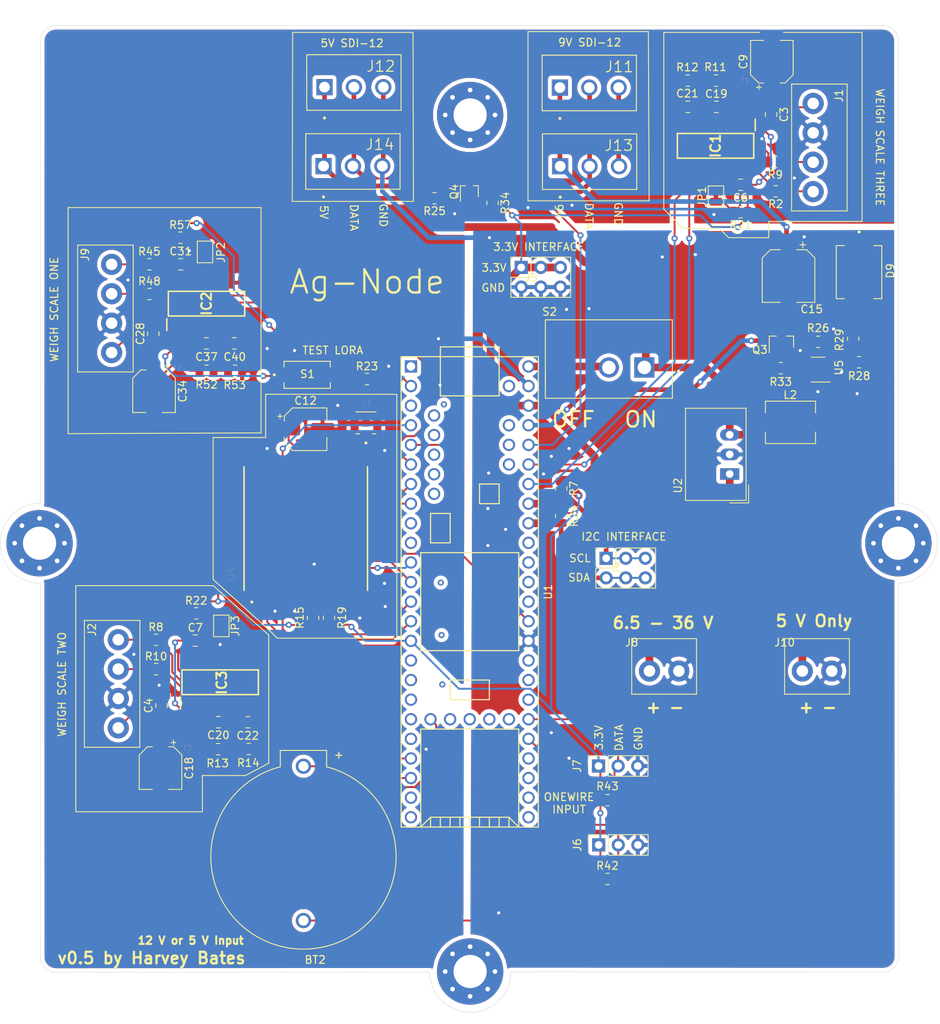
<source format=kicad_pcb>
(kicad_pcb (version 20171130) (host pcbnew "(5.1.9-0-10_14)")
  (layers (0 F.Cu signal) (31 B.Cu signal) (34 B.Paste user) (35 F.Paste user) (36 B.SilkS user) (37 F.SilkS user) (38 B.Mask user) (39 F.Mask user) (44 Edge.Cuts user))
  (net 0 "")
  (net 1 GND)
  (net 2 "Net-(C3-Pad1)")
  (net 3 +3V3)
  (net 4 /9V_OUT)
  (net 5 /5V_OUT)
  (net 6 "Net-(D9-PadA)")
  (net 7 "Net-(IC1-Pad2)")
  (net 8 /SCL)
  (net 9 /SDA)
  (net 10 "Net-(IC1-Pad15)")
  (net 11 "Net-(J3-Pad1)")
  (net 12 /9V_EN)
  (net 13 /Reset)
  (net 14 "Net-(R28-Pad1)")
  (net 15 /MISO)
  (net 16 /MOSI)
  (net 17 /G2)
  (net 18 /G1)
  (net 19 /G0)
  (net 20 /SCK)
  (net 21 /Lora_CS)
  (net 22 "Net-(C28-Pad1)")
  (net 23 "Net-(C37-Pad2)")
  (net 24 "Net-(C37-Pad1)")
  (net 25 "Net-(C40-Pad2)")
  (net 26 "Net-(C40-Pad1)")
  (net 27 "Net-(J9-Pad4)")
  (net 28 "Net-(J9-Pad3)")
  (net 29 "Net-(IC2-Pad15)")
  (net 30 "Net-(IC3-Pad15)")
  (net 31 "Net-(IC2-Pad2)")
  (net 32 "Net-(IC3-Pad2)")
  (net 33 "Net-(BT2-Pad+)")
  (net 34 GNDA)
  (net 35 "Net-(C18-Pad1)")
  (net 36 "Net-(C19-Pad2)")
  (net 37 "Net-(C19-Pad1)")
  (net 38 "Net-(C20-Pad2)")
  (net 39 "Net-(C20-Pad1)")
  (net 40 "Net-(C21-Pad2)")
  (net 41 "Net-(C21-Pad1)")
  (net 42 "Net-(C22-Pad2)")
  (net 43 "Net-(C22-Pad1)")
  (net 44 /SDA_2)
  (net 45 /SCL_2)
  (net 46 /SDA_1)
  (net 47 /SCL_1)
  (net 48 /SDA_3)
  (net 49 /SCL_3)
  (net 50 "Net-(J1-Pad4)")
  (net 51 "Net-(J1-Pad3)")
  (net 52 "Net-(J2-Pad4)")
  (net 53 "Net-(J2-Pad3)")
  (net 54 /SDI-12)
  (net 55 /SDI-12_OUT)
  (net 56 "Net-(R23-Pad2)")
  (net 57 "Net-(R23-Pad1)")
  (net 58 "Net-(S2-Pad2)")
  (net 59 /OneWire_1)
  (net 60 /OneWire_2)
  (net 61 /9V_GND)
  (net 62 /12V_IN)
  (module Converter_DCDC:Converter_DCDC_TRACO_TSR-1_THT (layer F.Cu) (at 183.642 81.026 90)
    (fp_text reference U2 (at -1.5 -6.71 90) (layer F.SilkS))
    (fp_text value TSR_1-2450)
    (pad 3 thru_hole oval (at 5.08 0 90) (size 1.5 2.5) (drill 1) (layers *.Cu *.Mask) (net 5 /5V_OUT))
    (pad 2 thru_hole oval (at 2.54 0 90) (size 1.5 2.5) (drill 1) (layers *.Cu *.Mask) (net 1 GND))
    (pad 1 thru_hole rect (at 0 0 90) (size 1.5 2.5) (drill 1) (layers *.Cu *.Mask) (net 62 /12V_IN))
  )
  (module TerminalBlock:102-6492-ND‎ (layer F.Cu) (at 190.754 102.362)
    (fp_text reference J10 (at 0 0.5) (layer F.SilkS))
    (fp_text value Bat_Conn)
    (pad 2 thru_hole circle (at 6.11 4.2) (size 2.75 2.75) (drill 1.5) (layers *.Cu *.Mask) (net 1 GND))
    (pad 1 thru_hole circle (at 2.3 4.2) (size 2.75 2.75) (drill 1.5) (layers *.Cu *.Mask) (net 5 /5V_OUT))
  )
  (module TerminalBlock:102-6492-ND‎ (layer F.Cu) (at 170.942 102.362)
    (fp_text reference J8 (at 0 0.5) (layer F.SilkS))
    (fp_text value Bat_Conn)
    (pad 2 thru_hole circle (at 6.11 4.2) (size 2.75 2.75) (drill 1.5) (layers *.Cu *.Mask) (net 1 GND))
    (pad 1 thru_hole circle (at 2.3 4.2) (size 2.75 2.75) (drill 1.5) (layers *.Cu *.Mask) (net 62 /12V_IN))
  )
  (module Connector_PinSocket_2.54mm:PinSocket_1x03_P2.54mm_Vertical (layer F.Cu) (at 166.66 129.1 90)
    (fp_text reference J6 (at 0 -2.77 90) (layer F.SilkS))
    (fp_text value Conn_01x03_Male)
    (pad 3 thru_hole oval (at 0 5.08 90) (size 1.7 1.7) (drill 1) (layers *.Cu *.Mask) (net 1 GND))
    (pad 2 thru_hole oval (at 0 2.54 90) (size 1.7 1.7) (drill 1) (layers *.Cu *.Mask) (net 59 /OneWire_1))
    (pad 1 thru_hole rect (at 0 0 90) (size 1.7 1.7) (drill 1) (layers *.Cu *.Mask) (net 3 +3V3))
  )
  (module MountingHole:MountingHole_4.3mm_M4_Pad_Via (layer F.Cu) (at 94.2 90)
    (fp_text reference REF** hide)
    (fp_text value MountingHole_4.3mm_M4_Pad_Via hide)
    (pad 1 thru_hole circle (at 0 0) (size 8.6 8.6) (drill 4.3) (layers *.Cu *.Mask))
    (pad 1 thru_hole circle (at 3.225 0) (size 0.9 0.9) (drill 0.6) (layers *.Cu *.Mask))
    (pad 1 thru_hole circle (at 2.280419 2.280419) (size 0.9 0.9) (drill 0.6) (layers *.Cu *.Mask))
    (pad 1 thru_hole circle (at 0 3.225) (size 0.9 0.9) (drill 0.6) (layers *.Cu *.Mask))
    (pad 1 thru_hole circle (at -2.280419 2.280419) (size 0.9 0.9) (drill 0.6) (layers *.Cu *.Mask))
    (pad 1 thru_hole circle (at -3.225 0) (size 0.9 0.9) (drill 0.6) (layers *.Cu *.Mask))
    (pad 1 thru_hole circle (at -2.280419 -2.280419) (size 0.9 0.9) (drill 0.6) (layers *.Cu *.Mask))
    (pad 1 thru_hole circle (at 0 -3.225) (size 0.9 0.9) (drill 0.6) (layers *.Cu *.Mask))
    (pad 1 thru_hole circle (at 2.280419 -2.280419) (size 0.9 0.9) (drill 0.6) (layers *.Cu *.Mask))
  )
  (module Package_TO_SOT_SMD:SOT-23-6 (layer F.Cu) (at 195.1 67.5 180)
    (fp_text reference U5 (at -2.71 0.254 270) (layer F.SilkS))
    (fp_text value MT3608)
    (pad 5 smd rect (at 1.1 0 180) (size 1.06 0.65) (layers F.Cu F.Paste F.Mask) (net 5 /5V_OUT))
    (pad 6 smd rect (at 1.1 -0.95 180) (size 1.06 0.65) (layers F.Cu F.Paste F.Mask))
    (pad 4 smd rect (at 1.1 0.95 180) (size 1.06 0.65) (layers F.Cu F.Paste F.Mask) (net 12 /9V_EN))
    (pad 3 smd rect (at -1.1 0.95 180) (size 1.06 0.65) (layers F.Cu F.Paste F.Mask) (net 14 "Net-(R28-Pad1)"))
    (pad 2 smd rect (at -1.1 0 180) (size 1.06 0.65) (layers F.Cu F.Paste F.Mask) (net 1 GND))
    (pad 1 smd rect (at -1.1 -0.95 180) (size 1.06 0.65) (layers F.Cu F.Paste F.Mask) (net 6 "Net-(D9-PadA)"))
  )
  (module RFM69HCW:MOD_COM-13909 (layer F.Cu) (at 128.7 88.1 90)
    (fp_text reference U4 (at -5.84038 -9.6604 90) (layer F.SilkS) (effects (font (size 1.00263 1.00263) (thickness 0.015))))
    (fp_text value COM-13909)
    (pad 16 smd rect (at 7.5 -7 90) (size 3 1.2) (layers F.Cu F.Paste F.Mask) (net 17 /G2))
    (pad 15 smd rect (at 7.5 -5 90) (size 3 1.2) (layers F.Cu F.Paste F.Mask) (net 18 /G1))
    (pad 14 smd rect (at 7.5 -3 90) (size 3 1.2) (layers F.Cu F.Paste F.Mask) (net 19 /G0))
    (pad 13 smd rect (at 7.5 -1 90) (size 3 1.2) (layers F.Cu F.Paste F.Mask) (net 3 +3V3))
    (pad 12 smd rect (at 7.5 1 90) (size 3 1.2) (layers F.Cu F.Paste F.Mask))
    (pad 11 smd rect (at 7.5 3 90) (size 3 1.2) (layers F.Cu F.Paste F.Mask))
    (pad 10 smd rect (at 7.5 5 90) (size 3 1.2) (layers F.Cu F.Paste F.Mask) (net 34 GNDA))
    (pad 9 smd rect (at 7.5 7 90) (size 3 1.2) (layers F.Cu F.Paste F.Mask) (net 11 "Net-(J3-Pad1)"))
    (pad 8 smd rect (at -7.5 7 90) (size 3 1.2) (layers F.Cu F.Paste F.Mask) (net 34 GNDA))
    (pad 7 smd rect (at -7.5 5 90) (size 3 1.2) (layers F.Cu F.Paste F.Mask))
    (pad 6 smd rect (at -7.5 3 90) (size 3 1.2) (layers F.Cu F.Paste F.Mask) (net 13 /Reset))
    (pad 5 smd rect (at -7.5 1 90) (size 3 1.2) (layers F.Cu F.Paste F.Mask) (net 21 /Lora_CS))
    (pad 4 smd rect (at -7.5 -1 90) (size 3 1.2) (layers F.Cu F.Paste F.Mask) (net 20 /SCK))
    (pad 3 smd rect (at -7.5 -3 90) (size 3 1.2) (layers F.Cu F.Paste F.Mask) (net 16 /MOSI))
    (pad 2 smd rect (at -7.5 -5 90) (size 3 1.2) (layers F.Cu F.Paste F.Mask) (net 15 /MISO))
    (pad 1 smd rect (at -7.5 -7 90) (size 3 1.2) (layers F.Cu F.Paste F.Mask) (net 34 GNDA))
  )
  (module teensyBoards:Teensy35_36 (layer F.Cu) (at 149.95 96.3 270)
    (fp_text reference U1 (at 0 -10.16 90) (layer F.SilkS))
    (fp_text value Teensy3.6)
    (pad 62 thru_hole circle (at -12.7 4.62 270) (size 1.6 1.6) (drill 1.1) (layers *.Cu *.Mask))
    (pad 61 thru_hole circle (at -15.24 4.62 270) (size 1.6 1.6) (drill 1.1) (layers *.Cu *.Mask))
    (pad 60 thru_hole circle (at -17.78 4.62 270) (size 1.6 1.6) (drill 1.1) (layers *.Cu *.Mask))
    (pad 59 thru_hole circle (at -20.32 4.62 270) (size 1.6 1.6) (drill 1.1) (layers *.Cu *.Mask))
    (pad 58 thru_hole circle (at -22.86 4.62 270) (size 1.6 1.6) (drill 1.1) (layers *.Cu *.Mask))
    (pad 57 thru_hole circle (at -16.51 -5.08 270) (size 1.6 1.6) (drill 1.1) (layers *.Cu *.Mask))
    (pad 56 thru_hole circle (at -19.05 -5.08 270) (size 1.6 1.6) (drill 1.1) (layers *.Cu *.Mask))
    (pad 55 thru_hole circle (at -21.59 -5.08 270) (size 1.6 1.6) (drill 1.1) (layers *.Cu *.Mask))
    (pad 54 thru_hole circle (at -26.67 -5.08 270) (size 1.6 1.6) (drill 1.1) (layers *.Cu *.Mask))
    (pad 53 thru_hole circle (at -29.21 -7.62 270) (size 1.6 1.6) (drill 1.1) (layers *.Cu *.Mask) (net 58 "Net-(S2-Pad2)"))
    (pad 52 thru_hole circle (at -26.67 -7.62 270) (size 1.6 1.6) (drill 1.1) (layers *.Cu *.Mask) (net 34 GNDA))
    (pad 51 thru_hole circle (at -24.13 -7.62 270) (size 1.6 1.6) (drill 1.1) (layers *.Cu *.Mask) (net 3 +3V3))
    (pad 50 thru_hole circle (at -21.59 -7.62 270) (size 1.6 1.6) (drill 1.1) (layers *.Cu *.Mask) (net 12 /9V_EN))
    (pad 49 thru_hole circle (at -19.05 -7.62 270) (size 1.6 1.6) (drill 1.1) (layers *.Cu *.Mask) (net 55 /SDI-12_OUT))
    (pad 48 thru_hole circle (at -16.51 -7.62 270) (size 1.6 1.6) (drill 1.1) (layers *.Cu *.Mask) (net 44 /SDA_2))
    (pad 47 thru_hole circle (at -13.97 -7.62 270) (size 1.6 1.6) (drill 1.1) (layers *.Cu *.Mask) (net 45 /SCL_2))
    (pad 46 thru_hole circle (at -11.43 -7.62 270) (size 1.6 1.6) (drill 1.1) (layers *.Cu *.Mask) (net 8 /SCL))
    (pad 45 thru_hole circle (at -8.89 -7.62 270) (size 1.6 1.6) (drill 1.1) (layers *.Cu *.Mask) (net 9 /SDA))
    (pad 44 thru_hole circle (at -6.35 -7.62 270) (size 1.6 1.6) (drill 1.1) (layers *.Cu *.Mask))
    (pad 43 thru_hole circle (at -3.81 -7.62 270) (size 1.6 1.6) (drill 1.1) (layers *.Cu *.Mask))
    (pad 42 thru_hole circle (at -1.27 -7.62 270) (size 1.6 1.6) (drill 1.1) (layers *.Cu *.Mask))
    (pad 41 thru_hole circle (at 1.27 -7.62 270) (size 1.6 1.6) (drill 1.1) (layers *.Cu *.Mask))
    (pad 40 thru_hole circle (at 3.81 -7.62 270) (size 1.6 1.6) (drill 1.1) (layers *.Cu *.Mask) (net 20 /SCK))
    (pad 39 thru_hole circle (at 6.35 -7.62 270) (size 1.6 1.6) (drill 1.1) (layers *.Cu *.Mask) (net 1 GND))
    (pad 38 thru_hole circle (at 8.89 -7.62 270) (size 1.6 1.6) (drill 1.1) (layers *.Cu *.Mask))
    (pad 1 thru_hole rect (at -29.21 7.62 270) (size 1.6 1.6) (drill 1.1) (layers *.Cu *.Mask))
    (pad 2 thru_hole circle (at -26.67 7.62 270) (size 1.6 1.6) (drill 1.1) (layers *.Cu *.Mask) (net 56 "Net-(R23-Pad2)"))
    (pad 3 thru_hole circle (at -24.13 7.62 270) (size 1.6 1.6) (drill 1.1) (layers *.Cu *.Mask))
    (pad 4 thru_hole circle (at -21.59 7.62 270) (size 1.6 1.6) (drill 1.1) (layers *.Cu *.Mask) (net 19 /G0))
    (pad 5 thru_hole circle (at -19.05 7.62 270) (size 1.6 1.6) (drill 1.1) (layers *.Cu *.Mask) (net 47 /SCL_1))
    (pad 6 thru_hole circle (at -16.51 7.62 270) (size 1.6 1.6) (drill 1.1) (layers *.Cu *.Mask) (net 46 /SDA_1))
    (pad 7 thru_hole circle (at -13.97 7.62 270) (size 1.6 1.6) (drill 1.1) (layers *.Cu *.Mask) (net 18 /G1))
    (pad 8 thru_hole circle (at -11.43 7.62 270) (size 1.6 1.6) (drill 1.1) (layers *.Cu *.Mask) (net 17 /G2))
    (pad 9 thru_hole circle (at -8.89 7.62 270) (size 1.6 1.6) (drill 1.1) (layers *.Cu *.Mask))
    (pad 10 thru_hole circle (at -6.35 7.62 270) (size 1.6 1.6) (drill 1.1) (layers *.Cu *.Mask))
    (pad 11 thru_hole circle (at -3.81 7.62 270) (size 1.6 1.6) (drill 1.1) (layers *.Cu *.Mask) (net 13 /Reset))
    (pad 12 thru_hole circle (at -1.27 7.62 270) (size 1.6 1.6) (drill 1.1) (layers *.Cu *.Mask) (net 21 /Lora_CS))
    (pad 13 thru_hole circle (at 1.27 7.62 270) (size 1.6 1.6) (drill 1.1) (layers *.Cu *.Mask) (net 16 /MOSI))
    (pad 37 thru_hole circle (at 11.43 -7.62 270) (size 1.6 1.6) (drill 1.1) (layers *.Cu *.Mask))
    (pad 36 thru_hole circle (at 13.97 -7.62 270) (size 1.6 1.6) (drill 1.1) (layers *.Cu *.Mask))
    (pad 35 thru_hole circle (at 16.51 -7.62 270) (size 1.6 1.6) (drill 1.1) (layers *.Cu *.Mask) (net 60 /OneWire_2))
    (pad 34 thru_hole circle (at 19.05 -7.62 270) (size 1.6 1.6) (drill 1.1) (layers *.Cu *.Mask) (net 59 /OneWire_1))
    (pad 33 thru_hole circle (at 21.59 -7.62 270) (size 1.6 1.6) (drill 1.1) (layers *.Cu *.Mask))
    (pad 32 thru_hole circle (at 24.13 -7.62 270) (size 1.6 1.6) (drill 1.1) (layers *.Cu *.Mask))
    (pad 31 thru_hole circle (at 26.67 -7.62 270) (size 1.6 1.6) (drill 1.1) (layers *.Cu *.Mask))
    (pad 30 thru_hole circle (at 29.21 -7.62 270) (size 1.6 1.6) (drill 1.1) (layers *.Cu *.Mask))
    (pad 29 thru_hole circle (at 16.51 -5.08 270) (size 1.6 1.6) (drill 1.1) (layers *.Cu *.Mask))
    (pad 28 thru_hole circle (at 16.51 -2.54 270) (size 1.6 1.6) (drill 1.1) (layers *.Cu *.Mask))
    (pad 27 thru_hole circle (at 16.51 0 270) (size 1.6 1.6) (drill 1.1) (layers *.Cu *.Mask))
    (pad 26 thru_hole circle (at 16.51 2.54 270) (size 1.6 1.6) (drill 1.1) (layers *.Cu *.Mask))
    (pad 25 thru_hole circle (at 16.51 5.08 270) (size 1.6 1.6) (drill 1.1) (layers *.Cu *.Mask) (net 33 "Net-(BT2-Pad+)"))
    (pad 24 thru_hole circle (at 29.21 7.62 270) (size 1.6 1.6) (drill 1.1) (layers *.Cu *.Mask))
    (pad 23 thru_hole circle (at 26.67 7.62 270) (size 1.6 1.6) (drill 1.1) (layers *.Cu *.Mask))
    (pad 22 thru_hole circle (at 24.13 7.62 270) (size 1.6 1.6) (drill 1.1) (layers *.Cu *.Mask) (net 48 /SDA_3))
    (pad 21 thru_hole circle (at 21.59 7.62 270) (size 1.6 1.6) (drill 1.1) (layers *.Cu *.Mask) (net 49 /SCL_3))
    (pad 14 thru_hole circle (at 3.81 7.62 270) (size 1.6 1.6) (drill 1.1) (layers *.Cu *.Mask) (net 15 /MISO))
    (pad 15 thru_hole circle (at 6.35 7.62 270) (size 1.6 1.6) (drill 1.1) (layers *.Cu *.Mask) (net 3 +3V3))
    (pad 16 thru_hole circle (at 8.89 7.62 270) (size 1.6 1.6) (drill 1.1) (layers *.Cu *.Mask))
    (pad 20 thru_hole circle (at 19.05 7.62 270) (size 1.6 1.6) (drill 1.1) (layers *.Cu *.Mask))
    (pad 19 thru_hole circle (at 16.51 7.62 270) (size 1.6 1.6) (drill 1.1) (layers *.Cu *.Mask))
    (pad 18 thru_hole circle (at 13.97 7.62 270) (size 1.6 1.6) (drill 1.1) (layers *.Cu *.Mask))
    (pad 17 thru_hole circle (at 11.43 7.62 270) (size 1.6 1.6) (drill 1.1) (layers *.Cu *.Mask))
  )
  (module MMBT4403L:SOT23 (layer F.Cu) (at 113.53 114.216 180)
    (fp_text reference T3 (at 0.127195 -2.314943) (layer F.SilkS) (effects (font (size 0.640981 0.640981) (thickness 0.015))))
    (fp_text value MMBT4403L)
    (pad 1 smd rect (at -0.95 1.1 180) (size 1 1.4) (layers F.Cu F.Paste F.Mask) (net 32 "Net-(IC3-Pad2)"))
    (pad 2 smd rect (at 0.95 1.1 180) (size 1 1.4) (layers F.Cu F.Paste F.Mask) (net 3 +3V3))
    (pad 3 smd rect (at 0 -1.1 180) (size 1 1.4) (layers F.Cu F.Paste F.Mask) (net 35 "Net-(C18-Pad1)"))
  )
  (module MMBT4403L:SOT23 (layer F.Cu) (at 112.19 65.05 180)
    (fp_text reference T2 (at 0.127195 -2.314943) (layer F.SilkS) (effects (font (size 0.640981 0.640981) (thickness 0.015))))
    (fp_text value MMBT4403L)
    (pad 1 smd rect (at -0.95 1.1 180) (size 1 1.4) (layers F.Cu F.Paste F.Mask) (net 31 "Net-(IC2-Pad2)"))
    (pad 2 smd rect (at 0.95 1.1 180) (size 1 1.4) (layers F.Cu F.Paste F.Mask) (net 3 +3V3))
    (pad 3 smd rect (at 0 -1.1 180) (size 1 1.4) (layers F.Cu F.Paste F.Mask) (net 22 "Net-(C28-Pad1)"))
  )
  (module MMBT4403L:SOT23 (layer F.Cu) (at 185.505 32.345)
    (fp_text reference T1 (at 0.127195 -2.314943) (layer F.SilkS) (effects (font (size 0.640981 0.640981) (thickness 0.015))))
    (fp_text value MMBT4403L)
    (pad 1 smd rect (at -0.95 1.1) (size 1 1.4) (layers F.Cu F.Paste F.Mask) (net 7 "Net-(IC1-Pad2)"))
    (pad 2 smd rect (at 0.95 1.1) (size 1 1.4) (layers F.Cu F.Paste F.Mask) (net 3 +3V3))
    (pad 3 smd rect (at 0 -1.1) (size 1 1.4) (layers F.Cu F.Paste F.Mask) (net 2 "Net-(C3-Pad1)"))
  )
  (module GF-123-0054:SW_GF-123-0054 (layer F.Cu) (at 167.98 66.13 180)
    (fp_text reference S2 (at 7.68 6.13) (layer F.SilkS))
    (fp_text value GF-123-0054)
    (pad 1 thru_hole rect (at -4.6 -1.09 180) (size 2.625 2.625) (drill 1.75) (layers *.Cu *.Mask) (net 5 /5V_OUT))
    (pad 2 thru_hole circle (at 0 -1.09 180) (size 2.625 2.625) (drill 1.75) (layers *.Cu *.Mask) (net 58 "Net-(S2-Pad2)"))
  )
  (module PTS636_SM43J_SMTR_LFS:SW_PTS636_SM43J_SMTR_LFS (layer F.Cu) (at 128.875 68.175)
    (fp_text reference S1 (at 0.05 -0.1) (layer F.SilkS))
    (fp_text value "LoRa SEND")
    (pad 2 smd rect (at 3.25 0) (size 0.9 1.4) (layers F.Cu F.Paste F.Mask) (net 57 "Net-(R23-Pad1)"))
    (pad 1 smd rect (at -3.25 0) (size 0.9 1.4) (layers F.Cu F.Paste F.Mask) (net 3 +3V3))
  )
  (module Resistor_SMD:R_0805_2012Metric (layer F.Cu) (at 112.4525 50.4)
    (fp_text reference R57 (at 0 -1.65) (layer F.SilkS))
    (fp_text value 10K)
    (pad 2 smd roundrect (at 0.9125 0) (size 1.025 1.4) (layers F.Cu F.Paste F.Mask) (roundrect_rratio 0.2439014634146341) (net 29 "Net-(IC2-Pad15)"))
    (pad 1 smd roundrect (at -0.9125 0) (size 1.025 1.4) (layers F.Cu F.Paste F.Mask) (roundrect_rratio 0.2439014634146341) (net 3 +3V3))
  )
  (module Resistor_SMD:R_0805_2012Metric (layer F.Cu) (at 119.54 67.65)
    (fp_text reference R53 (at -0.05 1.85) (layer F.SilkS))
    (fp_text value 4.3K)
    (pad 2 smd roundrect (at 0.9125 0) (size 1.025 1.4) (layers F.Cu F.Paste F.Mask) (roundrect_rratio 0.2439014634146341) (net 34 GNDA))
    (pad 1 smd roundrect (at -0.9125 0) (size 1.025 1.4) (layers F.Cu F.Paste F.Mask) (roundrect_rratio 0.2439014634146341) (net 23 "Net-(C37-Pad2)"))
  )
  (module Resistor_SMD:R_0805_2012Metric (layer F.Cu) (at 115.84 67.65)
    (fp_text reference R52 (at 0 1.8) (layer F.SilkS))
    (fp_text value 10K)
    (pad 2 smd roundrect (at 0.9125 0) (size 1.025 1.4) (layers F.Cu F.Paste F.Mask) (roundrect_rratio 0.2439014634146341) (net 23 "Net-(C37-Pad2)"))
    (pad 1 smd roundrect (at -0.9125 0) (size 1.025 1.4) (layers F.Cu F.Paste F.Mask) (roundrect_rratio 0.2439014634146341) (net 22 "Net-(C28-Pad1)"))
  )
  (module Resistor_SMD:R_0805_2012Metric (layer F.Cu) (at 108.44 57.7)
    (fp_text reference R48 (at 0 -1.65) (layer F.SilkS))
    (fp_text value 100)
    (pad 2 smd roundrect (at 0.9125 0) (size 1.025 1.4) (layers F.Cu F.Paste F.Mask) (roundrect_rratio 0.2439014634146341) (net 26 "Net-(C40-Pad1)"))
    (pad 1 smd roundrect (at -0.9125 0) (size 1.025 1.4) (layers F.Cu F.Paste F.Mask) (roundrect_rratio 0.2439014634146341) (net 28 "Net-(J9-Pad3)"))
  )
  (module Resistor_SMD:R_0805_2012Metric (layer F.Cu) (at 108.4275 53.85)
    (fp_text reference R45 (at 0 -1.65) (layer F.SilkS))
    (fp_text value 100)
    (pad 2 smd roundrect (at 0.9125 0) (size 1.025 1.4) (layers F.Cu F.Paste F.Mask) (roundrect_rratio 0.2439014634146341) (net 25 "Net-(C40-Pad2)"))
    (pad 1 smd roundrect (at -0.9125 0) (size 1.025 1.4) (layers F.Cu F.Paste F.Mask) (roundrect_rratio 0.2439014634146341) (net 27 "Net-(J9-Pad4)"))
  )
  (module Resistor_SMD:R_0805_2012Metric (layer F.Cu) (at 167.8 123.3 180)
    (fp_text reference R43 (at 0 1.8) (layer F.SilkS))
    (fp_text value 4.7K)
    (pad 2 smd roundrect (at 0.9125 0 180) (size 1.025 1.4) (layers F.Cu F.Paste F.Mask) (roundrect_rratio 0.2439014634146341) (net 3 +3V3))
    (pad 1 smd roundrect (at -0.9125 0 180) (size 1.025 1.4) (layers F.Cu F.Paste F.Mask) (roundrect_rratio 0.2439014634146341) (net 60 /OneWire_2))
  )
  (module Resistor_SMD:R_0805_2012Metric (layer F.Cu) (at 167.8 133.5 180)
    (fp_text reference R42 (at 0 1.7) (layer F.SilkS))
    (fp_text value 4.7K)
    (pad 2 smd roundrect (at 0.9125 0 180) (size 1.025 1.4) (layers F.Cu F.Paste F.Mask) (roundrect_rratio 0.2439014634146341) (net 3 +3V3))
    (pad 1 smd roundrect (at -0.9125 0 180) (size 1.025 1.4) (layers F.Cu F.Paste F.Mask) (roundrect_rratio 0.2439014634146341) (net 59 /OneWire_1))
  )
  (module Resistor_SMD:R_0805_2012Metric (layer F.Cu) (at 152.9 45.9 270)
    (fp_text reference R34 (at 0 -1.65 90) (layer F.SilkS))
    (fp_text value 10K)
    (pad 2 smd roundrect (at 0.9125 0 270) (size 1.025 1.4) (layers F.Cu F.Paste F.Mask) (roundrect_rratio 0.2439014634146341) (net 3 +3V3))
    (pad 1 smd roundrect (at -0.9125 0 270) (size 1.025 1.4) (layers F.Cu F.Paste F.Mask) (roundrect_rratio 0.2439014634146341) (net 55 /SDI-12_OUT))
  )
  (module Resistor_SMD:R_0805_2012Metric (layer F.Cu) (at 190.254 67.31 180)
    (fp_text reference R33 (at 0 -1.778) (layer F.SilkS))
    (fp_text value 1M)
    (pad 2 smd roundrect (at 0.9125 0 180) (size 1.025 1.4) (layers F.Cu F.Paste F.Mask) (roundrect_rratio 0.2439014634146341) (net 12 /9V_EN))
    (pad 1 smd roundrect (at -0.9125 0 180) (size 1.025 1.4) (layers F.Cu F.Paste F.Mask) (roundrect_rratio 0.2439014634146341) (net 1 GND))
  )
  (module Resistor_SMD:R_0805_2012Metric (layer F.Cu) (at 199.644 63.5 270)
    (fp_text reference R29 (at 0.1505 1.778 90) (layer F.SilkS))
    (fp_text value 2K)
    (pad 2 smd roundrect (at 0.9125 0 270) (size 1.025 1.4) (layers F.Cu F.Paste F.Mask) (roundrect_rratio 0.2439014634146341) (net 14 "Net-(R28-Pad1)"))
    (pad 1 smd roundrect (at -0.9125 0 270) (size 1.025 1.4) (layers F.Cu F.Paste F.Mask) (roundrect_rratio 0.2439014634146341) (net 1 GND))
  )
  (module Resistor_SMD:R_0805_2012Metric (layer F.Cu) (at 200.406 66.548)
    (fp_text reference R28 (at 0 1.778) (layer F.SilkS))
    (fp_text value 28K)
    (pad 2 smd roundrect (at 0.9125 0) (size 1.025 1.4) (layers F.Cu F.Paste F.Mask) (roundrect_rratio 0.2439014634146341) (net 4 /9V_OUT))
    (pad 1 smd roundrect (at -0.9125 0) (size 1.025 1.4) (layers F.Cu F.Paste F.Mask) (roundrect_rratio 0.2439014634146341) (net 14 "Net-(R28-Pad1)"))
  )
  (module Resistor_SMD:R_0805_2012Metric (layer F.Cu) (at 195.1 63.9 180)
    (fp_text reference R26 (at 0 1.778) (layer F.SilkS))
    (fp_text value 1M)
    (pad 2 smd roundrect (at 0.9125 0 180) (size 1.025 1.4) (layers F.Cu F.Paste F.Mask) (roundrect_rratio 0.2439014634146341) (net 12 /9V_EN))
    (pad 1 smd roundrect (at -0.9125 0 180) (size 1.025 1.4) (layers F.Cu F.Paste F.Mask) (roundrect_rratio 0.2439014634146341) (net 1 GND))
  )
  (module Resistor_SMD:R_0805_2012Metric (layer F.Cu) (at 145.3875 45.3 180)
    (fp_text reference R25 (at 0 -1.65) (layer F.SilkS))
    (fp_text value 10K)
    (pad 2 smd roundrect (at 0.9125 0 180) (size 1.025 1.4) (layers F.Cu F.Paste F.Mask) (roundrect_rratio 0.2439014634146341) (net 5 /5V_OUT))
    (pad 1 smd roundrect (at -0.9125 0 180) (size 1.025 1.4) (layers F.Cu F.Paste F.Mask) (roundrect_rratio 0.2439014634146341) (net 54 /SDI-12))
  )
  (module Resistor_SMD:R_0805_2012Metric (layer F.Cu) (at 161.8 86.4625 270)
    (fp_text reference R24 (at 0 -1.65 90) (layer F.SilkS))
    (fp_text value 4.7K)
    (pad 2 smd roundrect (at 0.9125 0 270) (size 1.025 1.4) (layers F.Cu F.Paste F.Mask) (roundrect_rratio 0.2439014634146341) (net 9 /SDA))
    (pad 1 smd roundrect (at -0.9125 0 270) (size 1.025 1.4) (layers F.Cu F.Paste F.Mask) (roundrect_rratio 0.2439014634146341) (net 3 +3V3))
  )
  (module Resistor_SMD:R_0805_2012Metric (layer F.Cu) (at 136.6375 68.725)
    (fp_text reference R23 (at 0 -1.65) (layer F.SilkS))
    (fp_text value 2.7K)
    (pad 2 smd roundrect (at 0.9125 0) (size 1.025 1.4) (layers F.Cu F.Paste F.Mask) (roundrect_rratio 0.2439014634146341) (net 56 "Net-(R23-Pad2)"))
    (pad 1 smd roundrect (at -0.9125 0) (size 1.025 1.4) (layers F.Cu F.Paste F.Mask) (roundrect_rratio 0.2439014634146341) (net 57 "Net-(R23-Pad1)"))
  )
  (module Resistor_SMD:R_0805_2012Metric (layer F.Cu) (at 114.505 99.091)
    (fp_text reference R22 (at 0 -1.65) (layer F.SilkS))
    (fp_text value 10K)
    (pad 2 smd roundrect (at 0.9125 0) (size 1.025 1.4) (layers F.Cu F.Paste F.Mask) (roundrect_rratio 0.2439014634146341) (net 30 "Net-(IC3-Pad15)"))
    (pad 1 smd roundrect (at -0.9125 0) (size 1.025 1.4) (layers F.Cu F.Paste F.Mask) (roundrect_rratio 0.2439014634146341) (net 3 +3V3))
  )
  (module Resistor_SMD:R_0805_2012Metric (layer F.Cu) (at 185.055 47.095 180)
    (fp_text reference R21 (at 0 -1.65) (layer F.SilkS))
    (fp_text value 10K)
    (pad 2 smd roundrect (at 0.9125 0 180) (size 1.025 1.4) (layers F.Cu F.Paste F.Mask) (roundrect_rratio 0.2439014634146341) (net 10 "Net-(IC1-Pad15)"))
    (pad 1 smd roundrect (at -0.9125 0 180) (size 1.025 1.4) (layers F.Cu F.Paste F.Mask) (roundrect_rratio 0.2439014634146341) (net 3 +3V3))
  )
  (module Resistor_SMD:R_0805_2012Metric (layer F.Cu) (at 131.7 99.65 270)
    (fp_text reference R19 (at 0 -1.7 90) (layer F.SilkS))
    (fp_text value 100K)
    (pad 2 smd roundrect (at 0.9125 0 270) (size 1.025 1.4) (layers F.Cu F.Paste F.Mask) (roundrect_rratio 0.2439014634146341) (net 3 +3V3))
    (pad 1 smd roundrect (at -0.9125 0 270) (size 1.025 1.4) (layers F.Cu F.Paste F.Mask) (roundrect_rratio 0.2439014634146341) (net 13 /Reset))
  )
  (module Resistor_SMD:R_0805_2012Metric (layer F.Cu) (at 129.65 99.6625 270)
    (fp_text reference R15 (at -0.0125 1.75 90) (layer F.SilkS))
    (fp_text value 100K)
    (pad 2 smd roundrect (at 0.9125 0 270) (size 1.025 1.4) (layers F.Cu F.Paste F.Mask) (roundrect_rratio 0.2439014634146341) (net 3 +3V3))
    (pad 1 smd roundrect (at -0.9125 0 270) (size 1.025 1.4) (layers F.Cu F.Paste F.Mask) (roundrect_rratio 0.2439014634146341) (net 21 /Lora_CS))
  )
  (module Resistor_SMD:R_0805_2012Metric (layer F.Cu) (at 121.305 116.666)
    (fp_text reference R14 (at -0.05 1.8) (layer F.SilkS))
    (fp_text value 4.3K)
    (pad 2 smd roundrect (at 0.9125 0) (size 1.025 1.4) (layers F.Cu F.Paste F.Mask) (roundrect_rratio 0.2439014634146341) (net 34 GNDA))
    (pad 1 smd roundrect (at -0.9125 0) (size 1.025 1.4) (layers F.Cu F.Paste F.Mask) (roundrect_rratio 0.2439014634146341) (net 38 "Net-(C20-Pad2)"))
  )
  (module Resistor_SMD:R_0805_2012Metric (layer F.Cu) (at 117.3425 116.691)
    (fp_text reference R13 (at -0.0625 1.825) (layer F.SilkS))
    (fp_text value 10K)
    (pad 2 smd roundrect (at 0.9125 0) (size 1.025 1.4) (layers F.Cu F.Paste F.Mask) (roundrect_rratio 0.2439014634146341) (net 38 "Net-(C20-Pad2)"))
    (pad 1 smd roundrect (at -0.9125 0) (size 1.025 1.4) (layers F.Cu F.Paste F.Mask) (roundrect_rratio 0.2439014634146341) (net 35 "Net-(C18-Pad1)"))
  )
  (module Resistor_SMD:R_0805_2012Metric (layer F.Cu) (at 178.205 30.045 180)
    (fp_text reference R12 (at 0.05 1.725) (layer F.SilkS))
    (fp_text value 4.3K)
    (pad 2 smd roundrect (at 0.9125 0 180) (size 1.025 1.4) (layers F.Cu F.Paste F.Mask) (roundrect_rratio 0.2439014634146341) (net 34 GNDA))
    (pad 1 smd roundrect (at -0.9125 0 180) (size 1.025 1.4) (layers F.Cu F.Paste F.Mask) (roundrect_rratio 0.2439014634146341) (net 36 "Net-(C19-Pad2)"))
  )
  (module Resistor_SMD:R_0805_2012Metric (layer F.Cu) (at 181.8675 30.045 180)
    (fp_text reference R11 (at 0.075 1.75) (layer F.SilkS))
    (fp_text value 10K)
    (pad 2 smd roundrect (at 0.9125 0 180) (size 1.025 1.4) (layers F.Cu F.Paste F.Mask) (roundrect_rratio 0.2439014634146341) (net 36 "Net-(C19-Pad2)"))
    (pad 1 smd roundrect (at -0.9125 0 180) (size 1.025 1.4) (layers F.Cu F.Paste F.Mask) (roundrect_rratio 0.2439014634146341) (net 2 "Net-(C3-Pad1)"))
  )
  (module Resistor_SMD:R_0805_2012Metric (layer F.Cu) (at 109.305 106.316)
    (fp_text reference R10 (at 0 -1.65) (layer F.SilkS))
    (fp_text value 100)
    (pad 2 smd roundrect (at 0.9125 0) (size 1.025 1.4) (layers F.Cu F.Paste F.Mask) (roundrect_rratio 0.2439014634146341) (net 43 "Net-(C22-Pad1)"))
    (pad 1 smd roundrect (at -0.9125 0) (size 1.025 1.4) (layers F.Cu F.Paste F.Mask) (roundrect_rratio 0.2439014634146341) (net 53 "Net-(J2-Pad3)"))
  )
  (module Resistor_SMD:R_0805_2012Metric (layer F.Cu) (at 189.555 40.595 180)
    (fp_text reference R9 (at 0 -1.65) (layer F.SilkS))
    (fp_text value 100)
    (pad 2 smd roundrect (at 0.9125 0 180) (size 1.025 1.4) (layers F.Cu F.Paste F.Mask) (roundrect_rratio 0.2439014634146341) (net 41 "Net-(C21-Pad1)"))
    (pad 1 smd roundrect (at -0.9125 0 180) (size 1.025 1.4) (layers F.Cu F.Paste F.Mask) (roundrect_rratio 0.2439014634146341) (net 51 "Net-(J1-Pad3)"))
  )
  (module Resistor_SMD:R_0805_2012Metric (layer F.Cu) (at 109.28 102.516)
    (fp_text reference R8 (at 0 -1.65) (layer F.SilkS))
    (fp_text value 100)
    (pad 2 smd roundrect (at 0.9125 0) (size 1.025 1.4) (layers F.Cu F.Paste F.Mask) (roundrect_rratio 0.2439014634146341) (net 42 "Net-(C22-Pad2)"))
    (pad 1 smd roundrect (at -0.9125 0) (size 1.025 1.4) (layers F.Cu F.Paste F.Mask) (roundrect_rratio 0.2439014634146341) (net 52 "Net-(J2-Pad4)"))
  )
  (module Resistor_SMD:R_0805_2012Metric (layer F.Cu) (at 161.8 82.9 270)
    (fp_text reference R7 (at 0 -1.65 90) (layer F.SilkS))
    (fp_text value 4.7K)
    (pad 2 smd roundrect (at 0.9125 0 270) (size 1.025 1.4) (layers F.Cu F.Paste F.Mask) (roundrect_rratio 0.2439014634146341) (net 8 /SCL))
    (pad 1 smd roundrect (at -0.9125 0 270) (size 1.025 1.4) (layers F.Cu F.Paste F.Mask) (roundrect_rratio 0.2439014634146341) (net 3 +3V3))
  )
  (module Resistor_SMD:R_0805_2012Metric (layer F.Cu) (at 189.605 44.395 180)
    (fp_text reference R2 (at 0 -1.65) (layer F.SilkS))
    (fp_text value 100)
    (pad 2 smd roundrect (at 0.9125 0 180) (size 1.025 1.4) (layers F.Cu F.Paste F.Mask) (roundrect_rratio 0.2439014634146341) (net 40 "Net-(C21-Pad2)"))
    (pad 1 smd roundrect (at -0.9125 0 180) (size 1.025 1.4) (layers F.Cu F.Paste F.Mask) (roundrect_rratio 0.2439014634146341) (net 50 "Net-(J1-Pad4)"))
  )
  (module Package_TO_SOT_SMD:SOT-323_SC-70 (layer F.Cu) (at 149.9 44.4 90)
    (fp_text reference Q4 (at -0.05 -1.95 90) (layer F.SilkS))
    (fp_text value BSS214NW)
    (pad 3 smd rect (at 1 0) (size 0.45 0.7) (layers F.Cu F.Paste F.Mask) (net 54 /SDI-12))
    (pad 2 smd rect (at -1 0.65) (size 0.45 0.7) (layers F.Cu F.Paste F.Mask) (net 55 /SDI-12_OUT))
    (pad 1 smd rect (at -1 -0.65) (size 0.45 0.7) (layers F.Cu F.Paste F.Mask) (net 3 +3V3))
  )
  (module Package_TO_SOT_SMD:SOT-23 (layer F.Cu) (at 190.346 63.914 90)
    (fp_text reference Q3 (at -1.016 -2.794) (layer F.SilkS))
    (fp_text value DMG3406L)
    (pad 3 smd rect (at 1 0 90) (size 0.9 0.8) (layers F.Cu F.Paste F.Mask) (net 4 /9V_OUT))
    (pad 2 smd rect (at -1 0.95 90) (size 0.9 0.8) (layers F.Cu F.Paste F.Mask) (net 1 GND))
    (pad 1 smd rect (at -1 -0.95 90) (size 0.9 0.8) (layers F.Cu F.Paste F.Mask) (net 12 /9V_EN))
  )
  (module Inductor_SMD:AMPLA5030S-6R8MT (layer F.Cu) (at 191.516 69.088)
    (fp_text reference L2 (at -0.036 1.694) (layer F.SilkS))
    (fp_text value INDUCTOR)
    (pad 2 smd rect (at 2.25 5.25) (size 2 2) (layers F.Cu F.Paste F.Mask) (net 6 "Net-(D9-PadA)"))
    (pad 1 smd rect (at -2.25 5.25) (size 2 2) (layers F.Cu F.Paste F.Mask) (net 5 /5V_OUT))
  )
  (module Jumper:SolderJumper-2_P1.3mm_Bridged_Pad1.0x1.5mm (layer F.Cu) (at 117.755 100.716 270)
    (fp_text reference JP3 (at 0 -1.8 90) (layer F.SilkS))
    (fp_text value "Scale SPS")
    (fp_poly (pts (xy -0.25 -0.3) (xy 0.25 -0.3) (xy 0.25 0.3) (xy -0.25 0.3)) (layer F.Cu) (width 0))
    (pad 2 smd rect (at 0.65 0 270) (size 1 1.5) (layers F.Cu F.Mask) (net 34 GNDA))
    (pad 1 smd rect (at -0.65 0 270) (size 1 1.5) (layers F.Cu F.Mask) (net 30 "Net-(IC3-Pad15)"))
  )
  (module Jumper:SolderJumper-2_P1.3mm_Bridged_Pad1.0x1.5mm (layer F.Cu) (at 115.64 52.25 270)
    (fp_text reference JP2 (at 0.05 -2.06 90) (layer F.SilkS))
    (fp_text value "Scale SPS")
    (fp_poly (pts (xy -0.25 -0.3) (xy 0.25 -0.3) (xy 0.25 0.3) (xy -0.25 0.3)) (layer F.Cu) (width 0))
    (pad 2 smd rect (at 0.65 0 270) (size 1 1.5) (layers F.Cu F.Mask) (net 34 GNDA))
    (pad 1 smd rect (at -0.65 0 270) (size 1 1.5) (layers F.Cu F.Mask) (net 29 "Net-(IC2-Pad15)"))
  )
  (module Jumper:SolderJumper-2_P1.3mm_Bridged_Pad1.0x1.5mm (layer F.Cu) (at 181.855 45.095 90)
    (fp_text reference JP1 (at 0 -1.8 90) (layer F.SilkS))
    (fp_text value "Scale SPS")
    (fp_poly (pts (xy -0.25 -0.3) (xy 0.25 -0.3) (xy 0.25 0.3) (xy -0.25 0.3)) (layer F.Cu) (width 0))
    (pad 2 smd rect (at 0.65 0 90) (size 1 1.5) (layers F.Cu F.Mask) (net 34 GNDA))
    (pad 1 smd rect (at -0.65 0 90) (size 1 1.5) (layers F.Cu F.Mask) (net 10 "Net-(IC1-Pad15)"))
  )
  (module TBP02R2-381-03BE:CUI_TBP02R2-381-03BE (layer F.Cu) (at 131 41.125)
    (fp_text reference J14 (at 7.3 -2.8) (layer F.SilkS) (effects (font (size 1.4 1.4))))
    (fp_text value TBP02R2-381-03BE)
    (pad 3 thru_hole circle (at 7.62 0) (size 2.1 2.1) (drill 1.4) (layers *.Cu *.Mask) (net 1 GND))
    (pad 2 thru_hole circle (at 3.81 0) (size 2.1 2.1) (drill 1.4) (layers *.Cu *.Mask) (net 54 /SDI-12))
    (pad 1 thru_hole rect (at 0 0) (size 2.1 2.1) (drill 1.4) (layers *.Cu *.Mask) (net 5 /5V_OUT))
  )
  (module TBP02R2-381-03BE:CUI_TBP02R2-381-03BE (layer F.Cu) (at 161.675 41.15)
    (fp_text reference J13 (at 7.6 -2.7) (layer F.SilkS) (effects (font (size 1.4 1.4))))
    (fp_text value TBP02R2-381-03BE)
    (pad 3 thru_hole circle (at 7.62 0) (size 2.1 2.1) (drill 1.4) (layers *.Cu *.Mask) (net 61 /9V_GND))
    (pad 2 thru_hole circle (at 3.81 0) (size 2.1 2.1) (drill 1.4) (layers *.Cu *.Mask) (net 54 /SDI-12))
    (pad 1 thru_hole rect (at 0 0) (size 2.1 2.1) (drill 1.4) (layers *.Cu *.Mask) (net 4 /9V_OUT))
  )
  (module TBP02R2-381-03BE:CUI_TBP02R2-381-03BE (layer F.Cu) (at 131.13 30.89)
    (fp_text reference J12 (at 7.3 -2.7) (layer F.SilkS) (effects (font (size 1.4 1.4))))
    (fp_text value TBP02R2-381-03BE)
    (pad 3 thru_hole circle (at 7.62 0) (size 2.1 2.1) (drill 1.4) (layers *.Cu *.Mask) (net 1 GND))
    (pad 2 thru_hole circle (at 3.81 0) (size 2.1 2.1) (drill 1.4) (layers *.Cu *.Mask) (net 54 /SDI-12))
    (pad 1 thru_hole rect (at 0 0) (size 2.1 2.1) (drill 1.4) (layers *.Cu *.Mask) (net 5 /5V_OUT))
  )
  (module TBP02R2-381-03BE:CUI_TBP02R2-381-03BE (layer F.Cu) (at 161.63 30.95)
    (fp_text reference J11 (at 7.7 -2.7) (layer F.SilkS) (effects (font (size 1.4 1.4))))
    (fp_text value TBP02R2-381-03BE)
    (pad 3 thru_hole circle (at 7.62 0) (size 2.1 2.1) (drill 1.4) (layers *.Cu *.Mask) (net 61 /9V_GND))
    (pad 2 thru_hole circle (at 3.81 0) (size 2.1 2.1) (drill 1.4) (layers *.Cu *.Mask) (net 54 /SDI-12))
    (pad 1 thru_hole rect (at 0 0) (size 2.1 2.1) (drill 1.4) (layers *.Cu *.Mask) (net 4 /9V_OUT))
  )
  (module TerminalBlock:OSTOQ043250 (layer F.Cu) (at 99.14 67.8 90)
    (fp_text reference J9 (at 15.2 0.96 90) (layer F.SilkS))
    (fp_text value Screw_Terminal_01x04)
    (pad 4 thru_hole circle (at 13.94 4.4 90) (size 2.75 2.75) (drill 1.5) (layers *.Cu *.Mask) (net 27 "Net-(J9-Pad4)"))
    (pad 3 thru_hole circle (at 10.13 4.4 90) (size 2.75 2.75) (drill 1.5) (layers *.Cu *.Mask) (net 28 "Net-(J9-Pad3)"))
    (pad 2 thru_hole circle (at 6.32 4.4 90) (size 2.75 2.75) (drill 1.5) (layers *.Cu *.Mask) (net 34 GNDA))
    (pad 1 thru_hole circle (at 2.51 4.4 90) (size 2.75 2.75) (drill 1.5) (layers *.Cu *.Mask) (net 22 "Net-(C28-Pad1)"))
  )
  (module Connector_PinSocket_2.54mm:PinSocket_1x03_P2.54mm_Vertical (layer F.Cu) (at 166.64 118.87 90)
    (fp_text reference J7 (at 0 -2.77 90) (layer F.SilkS))
    (fp_text value Conn_01x03_Male)
    (pad 3 thru_hole oval (at 0 5.08 90) (size 1.7 1.7) (drill 1) (layers *.Cu *.Mask) (net 1 GND))
    (pad 2 thru_hole oval (at 0 2.54 90) (size 1.7 1.7) (drill 1) (layers *.Cu *.Mask) (net 60 /OneWire_2))
    (pad 1 thru_hole rect (at 0 0 90) (size 1.7 1.7) (drill 1) (layers *.Cu *.Mask) (net 3 +3V3))
  )
  (module Connector_PinSocket_2.54mm:PinSocket_2x03_P2.54mm_Vertical (layer F.Cu) (at 156.62 54.26 90)
    (fp_text reference J5 (at -1.34 1.28) (layer F.SilkS))
    (fp_text value Conn_02x03_Odd_Even)
    (pad 6 thru_hole oval (at -2.54 5.08 90) (size 1.7 1.7) (drill 1) (layers *.Cu *.Mask) (net 1 GND))
    (pad 5 thru_hole oval (at 0 5.08 90) (size 1.7 1.7) (drill 1) (layers *.Cu *.Mask) (net 3 +3V3))
    (pad 4 thru_hole oval (at -2.54 2.54 90) (size 1.7 1.7) (drill 1) (layers *.Cu *.Mask) (net 1 GND))
    (pad 3 thru_hole oval (at 0 2.54 90) (size 1.7 1.7) (drill 1) (layers *.Cu *.Mask) (net 3 +3V3))
    (pad 2 thru_hole oval (at -2.54 0 90) (size 1.7 1.7) (drill 1) (layers *.Cu *.Mask) (net 1 GND))
    (pad 1 thru_hole rect (at 0 0 90) (size 1.7 1.7) (drill 1) (layers *.Cu *.Mask) (net 3 +3V3))
  )
  (module Connector_PinSocket_2.54mm:PinSocket_2x03_P2.54mm_Vertical (layer F.Cu) (at 167.627 91.947 90)
    (fp_text reference J4 (at -1.27 1.4 90) (layer F.SilkS))
    (fp_text value Conn_02x03_Odd_Even)
    (pad 6 thru_hole oval (at -2.54 5.08 90) (size 1.7 1.7) (drill 1) (layers *.Cu *.Mask) (net 9 /SDA))
    (pad 5 thru_hole oval (at 0 5.08 90) (size 1.7 1.7) (drill 1) (layers *.Cu *.Mask) (net 8 /SCL))
    (pad 4 thru_hole oval (at -2.54 2.54 90) (size 1.7 1.7) (drill 1) (layers *.Cu *.Mask) (net 9 /SDA))
    (pad 3 thru_hole oval (at 0 2.54 90) (size 1.7 1.7) (drill 1) (layers *.Cu *.Mask) (net 8 /SCL))
    (pad 2 thru_hole oval (at -2.54 0 90) (size 1.7 1.7) (drill 1) (layers *.Cu *.Mask) (net 9 /SDA))
    (pad 1 thru_hole rect (at 0 0 90) (size 1.7 1.7) (drill 1) (layers *.Cu *.Mask) (net 8 /SCL))
  )
  (module CONUFL001-SMD-T:LINX_CONUFL001-SMD-T (layer F.Cu) (at 136.5 74.4)
    (fp_text reference J3 (at 0.04 -2.508) (layer F.SilkS) (effects (font (size 0.8 0.8) (thickness 0.015))))
    (fp_text value CONUFL001-SMD-T)
    (pad 3 smd rect (at 1.475 0) (size 1.05 2.2) (layers F.Cu F.Paste F.Mask) (net 34 GNDA))
    (pad 2 smd rect (at -1.475 0) (size 1.05 2.2) (layers F.Cu F.Paste F.Mask) (net 34 GNDA))
    (pad 1 smd rect (at 0 1.525) (size 1 1.05) (layers F.Cu F.Paste F.Mask) (net 11 "Net-(J3-Pad1)"))
  )
  (module TerminalBlock:OSTOQ043250 (layer F.Cu) (at 100.005 116.441 90)
    (fp_text reference J2 (at 15.241 0.995 90) (layer F.SilkS))
    (fp_text value Screw_Terminal_01x04)
    (pad 4 thru_hole circle (at 13.94 4.4 90) (size 2.75 2.75) (drill 1.5) (layers *.Cu *.Mask) (net 52 "Net-(J2-Pad4)"))
    (pad 3 thru_hole circle (at 10.13 4.4 90) (size 2.75 2.75) (drill 1.5) (layers *.Cu *.Mask) (net 53 "Net-(J2-Pad3)"))
    (pad 2 thru_hole circle (at 6.32 4.4 90) (size 2.75 2.75) (drill 1.5) (layers *.Cu *.Mask) (net 34 GNDA))
    (pad 1 thru_hole circle (at 2.51 4.4 90) (size 2.75 2.75) (drill 1.5) (layers *.Cu *.Mask) (net 35 "Net-(C18-Pad1)"))
  )
  (module TerminalBlock:OSTOQ043250 (layer F.Cu) (at 198.855 30.495 270)
    (fp_text reference J1 (at 1.505 1.055 90) (layer F.SilkS))
    (fp_text value Screw_Terminal_01x04)
    (pad 4 thru_hole circle (at 13.94 4.4 270) (size 2.75 2.75) (drill 1.5) (layers *.Cu *.Mask) (net 50 "Net-(J1-Pad4)"))
    (pad 3 thru_hole circle (at 10.13 4.4 270) (size 2.75 2.75) (drill 1.5) (layers *.Cu *.Mask) (net 51 "Net-(J1-Pad3)"))
    (pad 2 thru_hole circle (at 6.32 4.4 270) (size 2.75 2.75) (drill 1.5) (layers *.Cu *.Mask) (net 34 GNDA))
    (pad 1 thru_hole circle (at 2.51 4.4 270) (size 2.75 2.75) (drill 1.5) (layers *.Cu *.Mask) (net 2 "Net-(C3-Pad1)"))
  )
  (module HX711:SOIC127P600X160-16N (layer F.Cu) (at 117.605 108.016 90)
    (fp_text reference IC3 (at -0.05 0.2 90) (layer F.SilkS) (effects (font (size 1.27 1.27) (thickness 0.254))))
    (fp_text value HX711 hide)
    (pad 16 smd rect (at 2.712 -4.445 180) (size 0.7 1.525) (layers F.Cu F.Paste F.Mask) (net 3 +3V3))
    (pad 15 smd rect (at 2.712 -3.175 180) (size 0.7 1.525) (layers F.Cu F.Paste F.Mask) (net 30 "Net-(IC3-Pad15)"))
    (pad 14 smd rect (at 2.712 -1.905 180) (size 0.7 1.525) (layers F.Cu F.Paste F.Mask) (net 34 GNDA))
    (pad 13 smd rect (at 2.712 -0.635 180) (size 0.7 1.525) (layers F.Cu F.Paste F.Mask))
    (pad 12 smd rect (at 2.712 0.635 180) (size 0.7 1.525) (layers F.Cu F.Paste F.Mask) (net 48 /SDA_3))
    (pad 11 smd rect (at 2.712 1.905 180) (size 0.7 1.525) (layers F.Cu F.Paste F.Mask) (net 49 /SCL_3))
    (pad 10 smd rect (at 2.712 3.175 180) (size 0.7 1.525) (layers F.Cu F.Paste F.Mask) (net 34 GNDA))
    (pad 9 smd rect (at 2.712 4.445 180) (size 0.7 1.525) (layers F.Cu F.Paste F.Mask) (net 34 GNDA))
    (pad 8 smd rect (at -2.712 4.445 180) (size 0.7 1.525) (layers F.Cu F.Paste F.Mask) (net 42 "Net-(C22-Pad2)"))
    (pad 7 smd rect (at -2.712 3.175 180) (size 0.7 1.525) (layers F.Cu F.Paste F.Mask) (net 43 "Net-(C22-Pad1)"))
    (pad 6 smd rect (at -2.712 1.905 180) (size 0.7 1.525) (layers F.Cu F.Paste F.Mask) (net 39 "Net-(C20-Pad1)"))
    (pad 5 smd rect (at -2.712 0.635 180) (size 0.7 1.525) (layers F.Cu F.Paste F.Mask) (net 34 GNDA))
    (pad 4 smd rect (at -2.712 -0.635 180) (size 0.7 1.525) (layers F.Cu F.Paste F.Mask) (net 38 "Net-(C20-Pad2)"))
    (pad 3 smd rect (at -2.712 -1.905 180) (size 0.7 1.525) (layers F.Cu F.Paste F.Mask) (net 35 "Net-(C18-Pad1)"))
    (pad 2 smd rect (at -2.712 -3.175 180) (size 0.7 1.525) (layers F.Cu F.Paste F.Mask) (net 32 "Net-(IC3-Pad2)"))
    (pad 1 smd rect (at -2.712 -4.445 180) (size 0.7 1.525) (layers F.Cu F.Paste F.Mask) (net 3 +3V3))
  )
  (module HX711:SOIC127P600X160-16N (layer F.Cu) (at 115.84 58.95 90)
    (fp_text reference IC2 (at 0 0 90) (layer F.SilkS) (effects (font (size 1.27 1.27) (thickness 0.254))))
    (fp_text value HX711 hide)
    (pad 16 smd rect (at 2.712 -4.445 180) (size 0.7 1.525) (layers F.Cu F.Paste F.Mask) (net 3 +3V3))
    (pad 15 smd rect (at 2.712 -3.175 180) (size 0.7 1.525) (layers F.Cu F.Paste F.Mask) (net 29 "Net-(IC2-Pad15)"))
    (pad 14 smd rect (at 2.712 -1.905 180) (size 0.7 1.525) (layers F.Cu F.Paste F.Mask) (net 34 GNDA))
    (pad 13 smd rect (at 2.712 -0.635 180) (size 0.7 1.525) (layers F.Cu F.Paste F.Mask))
    (pad 12 smd rect (at 2.712 0.635 180) (size 0.7 1.525) (layers F.Cu F.Paste F.Mask) (net 46 /SDA_1))
    (pad 11 smd rect (at 2.712 1.905 180) (size 0.7 1.525) (layers F.Cu F.Paste F.Mask) (net 47 /SCL_1))
    (pad 10 smd rect (at 2.712 3.175 180) (size 0.7 1.525) (layers F.Cu F.Paste F.Mask) (net 34 GNDA))
    (pad 9 smd rect (at 2.712 4.445 180) (size 0.7 1.525) (layers F.Cu F.Paste F.Mask) (net 34 GNDA))
    (pad 8 smd rect (at -2.712 4.445 180) (size 0.7 1.525) (layers F.Cu F.Paste F.Mask) (net 25 "Net-(C40-Pad2)"))
    (pad 7 smd rect (at -2.712 3.175 180) (size 0.7 1.525) (layers F.Cu F.Paste F.Mask) (net 26 "Net-(C40-Pad1)"))
    (pad 6 smd rect (at -2.712 1.905 180) (size 0.7 1.525) (layers F.Cu F.Paste F.Mask) (net 24 "Net-(C37-Pad1)"))
    (pad 5 smd rect (at -2.712 0.635 180) (size 0.7 1.525) (layers F.Cu F.Paste F.Mask) (net 34 GNDA))
    (pad 4 smd rect (at -2.712 -0.635 180) (size 0.7 1.525) (layers F.Cu F.Paste F.Mask) (net 23 "Net-(C37-Pad2)"))
    (pad 3 smd rect (at -2.712 -1.905 180) (size 0.7 1.525) (layers F.Cu F.Paste F.Mask) (net 22 "Net-(C28-Pad1)"))
    (pad 2 smd rect (at -2.712 -3.175 180) (size 0.7 1.525) (layers F.Cu F.Paste F.Mask) (net 31 "Net-(IC2-Pad2)"))
    (pad 1 smd rect (at -2.712 -4.445 180) (size 0.7 1.525) (layers F.Cu F.Paste F.Mask) (net 3 +3V3))
  )
  (module HX711:SOIC127P600X160-16N (layer F.Cu) (at 181.805 38.495 270)
    (fp_text reference IC1 (at 0 0 90) (layer F.SilkS) (effects (font (size 1.27 1.27) (thickness 0.254))))
    (fp_text value HX711 hide)
    (pad 16 smd rect (at 2.712 -4.445) (size 0.7 1.525) (layers F.Cu F.Paste F.Mask) (net 3 +3V3))
    (pad 15 smd rect (at 2.712 -3.175) (size 0.7 1.525) (layers F.Cu F.Paste F.Mask) (net 10 "Net-(IC1-Pad15)"))
    (pad 14 smd rect (at 2.712 -1.905) (size 0.7 1.525) (layers F.Cu F.Paste F.Mask) (net 34 GNDA))
    (pad 13 smd rect (at 2.712 -0.635) (size 0.7 1.525) (layers F.Cu F.Paste F.Mask))
    (pad 12 smd rect (at 2.712 0.635) (size 0.7 1.525) (layers F.Cu F.Paste F.Mask) (net 44 /SDA_2))
    (pad 11 smd rect (at 2.712 1.905) (size 0.7 1.525) (layers F.Cu F.Paste F.Mask) (net 45 /SCL_2))
    (pad 10 smd rect (at 2.712 3.175) (size 0.7 1.525) (layers F.Cu F.Paste F.Mask) (net 34 GNDA))
    (pad 9 smd rect (at 2.712 4.445) (size 0.7 1.525) (layers F.Cu F.Paste F.Mask) (net 34 GNDA))
    (pad 8 smd rect (at -2.712 4.445) (size 0.7 1.525) (layers F.Cu F.Paste F.Mask) (net 40 "Net-(C21-Pad2)"))
    (pad 7 smd rect (at -2.712 3.175) (size 0.7 1.525) (layers F.Cu F.Paste F.Mask) (net 41 "Net-(C21-Pad1)"))
    (pad 6 smd rect (at -2.712 1.905) (size 0.7 1.525) (layers F.Cu F.Paste F.Mask) (net 37 "Net-(C19-Pad1)"))
    (pad 5 smd rect (at -2.712 0.635) (size 0.7 1.525) (layers F.Cu F.Paste F.Mask) (net 34 GNDA))
    (pad 4 smd rect (at -2.712 -0.635) (size 0.7 1.525) (layers F.Cu F.Paste F.Mask) (net 36 "Net-(C19-Pad2)"))
    (pad 3 smd rect (at -2.712 -1.905) (size 0.7 1.525) (layers F.Cu F.Paste F.Mask) (net 2 "Net-(C3-Pad1)"))
    (pad 2 smd rect (at -2.712 -3.175) (size 0.7 1.525) (layers F.Cu F.Paste F.Mask) (net 7 "Net-(IC1-Pad2)"))
    (pad 1 smd rect (at -2.712 -4.445) (size 0.7 1.525) (layers F.Cu F.Paste F.Mask) (net 3 +3V3))
  )
  (module SS34:DIOM7959X265N (layer F.Cu) (at 200.4 54.864 270)
    (fp_text reference D9 (at -0.153 -4.064 90) (layer F.SilkS))
    (fp_text value SS34)
    (pad A smd rect (at 3.455 0 270) (size 2.25 3.18) (layers F.Cu F.Paste F.Mask) (net 6 "Net-(D9-PadA)"))
    (pad C smd rect (at -3.455 0 270) (size 2.25 3.18) (layers F.Cu F.Paste F.Mask) (net 4 /9V_OUT))
  )
  (module Capacitor_SMD:C_0805_2012Metric (layer F.Cu) (at 119.44 64.1)
    (fp_text reference C40 (at 0.05 1.75) (layer F.SilkS))
    (fp_text value 0.1uF)
    (pad 2 smd roundrect (at 0.95 0) (size 1 1.45) (layers F.Cu F.Paste F.Mask) (net 25 "Net-(C40-Pad2)"))
    (pad 1 smd roundrect (at -0.95 0) (size 1 1.45) (layers F.Cu F.Paste F.Mask) (net 26 "Net-(C40-Pad1)"))
  )
  (module Capacitor_SMD:C_0805_2012Metric (layer F.Cu) (at 115.84 64.1 180)
    (fp_text reference C37 (at 0 -1.75) (layer F.SilkS))
    (fp_text value 0.1uF)
    (pad 2 smd roundrect (at 0.95 0 180) (size 1 1.45) (layers F.Cu F.Paste F.Mask) (net 23 "Net-(C37-Pad2)"))
    (pad 1 smd roundrect (at -0.95 0 180) (size 1 1.45) (layers F.Cu F.Paste F.Mask) (net 24 "Net-(C37-Pad1)"))
  )
  (module Capacitor_SMD:CP_Elec_5x5.4 (layer F.Cu) (at 109.04 70.3 270)
    (fp_text reference C34 (at 0 -3.7 90) (layer F.SilkS))
    (fp_text value 10uF)
    (pad 2 smd roundrect (at 2.2 0 270) (size 3 1.6) (layers F.Cu F.Paste F.Mask) (roundrect_rratio 0.15625) (net 34 GNDA))
    (pad 1 smd roundrect (at -2.2 0 270) (size 3 1.6) (layers F.Cu F.Paste F.Mask) (roundrect_rratio 0.15625) (net 22 "Net-(C28-Pad1)"))
  )
  (module Capacitor_SMD:C_0805_2012Metric (layer F.Cu) (at 112.49 53.85)
    (fp_text reference C31 (at 0 -1.68) (layer F.SilkS))
    (fp_text value 10nF)
    (pad 2 smd roundrect (at 0.95 0) (size 1 1.45) (layers F.Cu F.Paste F.Mask) (net 34 GNDA))
    (pad 1 smd roundrect (at -0.95 0) (size 1 1.45) (layers F.Cu F.Paste F.Mask) (net 3 +3V3))
  )
  (module Capacitor_SMD:C_0805_2012Metric (layer F.Cu) (at 108.94 62.85 90)
    (fp_text reference C28 (at 0 -1.68 90) (layer F.SilkS))
    (fp_text value 0.1uF)
    (pad 2 smd roundrect (at 0.95 0 90) (size 1 1.45) (layers F.Cu F.Paste F.Mask) (net 34 GNDA))
    (pad 1 smd roundrect (at -0.95 0 90) (size 1 1.45) (layers F.Cu F.Paste F.Mask) (net 22 "Net-(C28-Pad1)"))
  )
  (module Capacitor_SMD:C_0805_2012Metric (layer F.Cu) (at 121.205 113.191)
    (fp_text reference C22 (at -0.025 1.75) (layer F.SilkS))
    (fp_text value 0.1uF)
    (pad 2 smd roundrect (at 0.95 0) (size 1 1.45) (layers F.Cu F.Paste F.Mask) (net 42 "Net-(C22-Pad2)"))
    (pad 1 smd roundrect (at -0.95 0) (size 1 1.45) (layers F.Cu F.Paste F.Mask) (net 43 "Net-(C22-Pad1)"))
  )
  (module Capacitor_SMD:C_0805_2012Metric (layer F.Cu) (at 178.205 33.445 180)
    (fp_text reference C21 (at 0.05 1.725) (layer F.SilkS))
    (fp_text value 0.1uF)
    (pad 2 smd roundrect (at 0.95 0 180) (size 1 1.45) (layers F.Cu F.Paste F.Mask) (net 40 "Net-(C21-Pad2)"))
    (pad 1 smd roundrect (at -0.95 0 180) (size 1 1.45) (layers F.Cu F.Paste F.Mask) (net 41 "Net-(C21-Pad1)"))
  )
  (module Capacitor_SMD:C_0805_2012Metric (layer F.Cu) (at 117.38 113.191 180)
    (fp_text reference C20 (at 0 -1.68) (layer F.SilkS))
    (fp_text value 0.1uF)
    (pad 2 smd roundrect (at 0.95 0 180) (size 1 1.45) (layers F.Cu F.Paste F.Mask) (net 38 "Net-(C20-Pad2)"))
    (pad 1 smd roundrect (at -0.95 0 180) (size 1 1.45) (layers F.Cu F.Paste F.Mask) (net 39 "Net-(C20-Pad1)"))
  )
  (module Capacitor_SMD:C_0805_2012Metric (layer F.Cu) (at 181.905 33.445)
    (fp_text reference C19 (at 0 -1.68) (layer F.SilkS))
    (fp_text value 0.1uF)
    (pad 2 smd roundrect (at 0.95 0) (size 1 1.45) (layers F.Cu F.Paste F.Mask) (net 36 "Net-(C19-Pad2)"))
    (pad 1 smd roundrect (at -0.95 0) (size 1 1.45) (layers F.Cu F.Paste F.Mask) (net 37 "Net-(C19-Pad1)"))
  )
  (module Capacitor_SMD:CP_Elec_5x5.4 (layer F.Cu) (at 109.88 119.141 270)
    (fp_text reference C18 (at 0 -3.7 90) (layer F.SilkS))
    (fp_text value 10uF)
    (pad 2 smd roundrect (at 2.2 0 270) (size 3 1.6) (layers F.Cu F.Paste F.Mask) (roundrect_rratio 0.15625) (net 34 GNDA))
    (pad 1 smd roundrect (at -2.2 0 270) (size 3 1.6) (layers F.Cu F.Paste F.Mask) (roundrect_rratio 0.15625) (net 35 "Net-(C18-Pad1)"))
  )
  (module Capacitor_SMD:CP_Elec_6.3x5.9 (layer F.Cu) (at 191.262 55.372 270)
    (fp_text reference C15 (at 4.3 -3 180) (layer F.SilkS))
    (fp_text value 22uF)
    (pad 2 smd roundrect (at 2.8 0 270) (size 3.5 1.6) (layers F.Cu F.Paste F.Mask) (roundrect_rratio 0.15625) (net 1 GND))
    (pad 1 smd roundrect (at -2.8 0 270) (size 3.5 1.6) (layers F.Cu F.Paste F.Mask) (roundrect_rratio 0.15625) (net 4 /9V_OUT))
  )
  (module Capacitor_SMD:CP_Elec_5x5.4 (layer F.Cu) (at 128.675 75.225)
    (fp_text reference C12 (at 0 -3.7) (layer F.SilkS))
    (fp_text value 10uF)
    (pad 2 smd roundrect (at 2.2 0) (size 3 1.6) (layers F.Cu F.Paste F.Mask) (roundrect_rratio 0.15625) (net 34 GNDA))
    (pad 1 smd roundrect (at -2.2 0) (size 3 1.6) (layers F.Cu F.Paste F.Mask) (roundrect_rratio 0.15625) (net 3 +3V3))
  )
  (module Capacitor_SMD:CP_Elec_5x5.4 (layer F.Cu) (at 189.105 27.595 90)
    (fp_text reference C9 (at 0 -3.7 90) (layer F.SilkS))
    (fp_text value 10uF)
    (pad 2 smd roundrect (at 2.2 0 90) (size 3 1.6) (layers F.Cu F.Paste F.Mask) (roundrect_rratio 0.15625) (net 34 GNDA))
    (pad 1 smd roundrect (at -2.2 0 90) (size 3 1.6) (layers F.Cu F.Paste F.Mask) (roundrect_rratio 0.15625) (net 2 "Net-(C3-Pad1)"))
  )
  (module Capacitor_SMD:C_0805_2012Metric (layer F.Cu) (at 114.38 102.616)
    (fp_text reference C7 (at 0 -1.68) (layer F.SilkS))
    (fp_text value 10nF)
    (pad 2 smd roundrect (at 0.95 0) (size 1 1.45) (layers F.Cu F.Paste F.Mask) (net 34 GNDA))
    (pad 1 smd roundrect (at -0.95 0) (size 1 1.45) (layers F.Cu F.Paste F.Mask) (net 3 +3V3))
  )
  (module Capacitor_SMD:C_0805_2012Metric (layer F.Cu) (at 185.055 43.545 180)
    (fp_text reference C6 (at 0 -1.68) (layer F.SilkS))
    (fp_text value 10nF)
    (pad 2 smd roundrect (at 0.95 0 180) (size 1 1.45) (layers F.Cu F.Paste F.Mask) (net 34 GNDA))
    (pad 1 smd roundrect (at -0.95 0 180) (size 1 1.45) (layers F.Cu F.Paste F.Mask) (net 3 +3V3))
  )
  (module Capacitor_SMD:C_0805_2012Metric (layer F.Cu) (at 110.005 111.041 90)
    (fp_text reference C4 (at 0 -1.68 90) (layer F.SilkS))
    (fp_text value 0.1uF)
    (pad 2 smd roundrect (at 0.95 0 90) (size 1 1.45) (layers F.Cu F.Paste F.Mask) (net 34 GNDA))
    (pad 1 smd roundrect (at -0.95 0 90) (size 1 1.45) (layers F.Cu F.Paste F.Mask) (net 35 "Net-(C18-Pad1)"))
  )
  (module Capacitor_SMD:C_0805_2012Metric (layer F.Cu) (at 189.005 34.445 270)
    (fp_text reference C3 (at 0 -1.68 90) (layer F.SilkS))
    (fp_text value 0.1uF)
    (pad 2 smd roundrect (at 0.95 0 270) (size 1 1.45) (layers F.Cu F.Paste F.Mask) (net 34 GNDA))
    (pad 1 smd roundrect (at -0.95 0 270) (size 1 1.45) (layers F.Cu F.Paste F.Mask) (net 2 "Net-(C3-Pad1)"))
  )
  (module BH32T-C-G:BAT_BH32T-C-G (layer F.Cu) (at 128.4 130.6 180)
    (fp_text reference BT2 (at -1.525 -13.385) (layer F.SilkS))
    (fp_text value BH32T-C-G)
    (fp_text user + (at -4.58 13.2) (layer F.SilkS))
    (pad + thru_hole circle (at 0 11.7 180) (size 1.9812 1.9812) (drill 1.3208) (layers *.Cu *.Mask) (net 33 "Net-(BT2-Pad+)"))
    (pad - thru_hole circle (at 0 -8.3 180) (size 1.9812 1.9812) (drill 1.3208) (layers *.Cu *.Mask) (net 1 GND))
  )
  (module MountingHole:MountingHole_4.3mm_M4_Pad_Via (layer F.Cu) (at 205.5 90 90)
    (fp_text reference REF** hide)
    (fp_text value MountingHole_4.3mm_M4_Pad_Via hide)
    (pad 1 thru_hole circle (at 0 0 90) (size 8.6 8.6) (drill 4.3) (layers *.Cu *.Mask))
    (pad 1 thru_hole circle (at 3.225 0 90) (size 0.9 0.9) (drill 0.6) (layers *.Cu *.Mask))
    (pad 1 thru_hole circle (at 2.280419 2.280419 90) (size 0.9 0.9) (drill 0.6) (layers *.Cu *.Mask))
    (pad 1 thru_hole circle (at 0 3.225 90) (size 0.9 0.9) (drill 0.6) (layers *.Cu *.Mask))
    (pad 1 thru_hole circle (at -2.280419 2.280419 90) (size 0.9 0.9) (drill 0.6) (layers *.Cu *.Mask))
    (pad 1 thru_hole circle (at -3.225 0 90) (size 0.9 0.9) (drill 0.6) (layers *.Cu *.Mask))
    (pad 1 thru_hole circle (at -2.280419 -2.280419 90) (size 0.9 0.9) (drill 0.6) (layers *.Cu *.Mask))
    (pad 1 thru_hole circle (at 0 -3.225 90) (size 0.9 0.9) (drill 0.6) (layers *.Cu *.Mask))
    (pad 1 thru_hole circle (at 2.280419 -2.280419 90) (size 0.9 0.9) (drill 0.6) (layers *.Cu *.Mask))
  )
  (module MountingHole:MountingHole_4.3mm_M4_Pad_Via (layer F.Cu) (at 150 145.5)
    (fp_text reference REF** hide)
    (fp_text value MountingHole_4.3mm_M4_Pad_Via hide)
    (pad 1 thru_hole circle (at 0 0) (size 8.6 8.6) (drill 4.3) (layers *.Cu *.Mask))
    (pad 1 thru_hole circle (at 3.225 0) (size 0.9 0.9) (drill 0.6) (layers *.Cu *.Mask))
    (pad 1 thru_hole circle (at 2.280419 2.280419) (size 0.9 0.9) (drill 0.6) (layers *.Cu *.Mask))
    (pad 1 thru_hole circle (at 0 3.225) (size 0.9 0.9) (drill 0.6) (layers *.Cu *.Mask))
    (pad 1 thru_hole circle (at -2.280419 2.280419) (size 0.9 0.9) (drill 0.6) (layers *.Cu *.Mask))
    (pad 1 thru_hole circle (at -3.225 0) (size 0.9 0.9) (drill 0.6) (layers *.Cu *.Mask))
    (pad 1 thru_hole circle (at -2.280419 -2.280419) (size 0.9 0.9) (drill 0.6) (layers *.Cu *.Mask))
    (pad 1 thru_hole circle (at 0 -3.225) (size 0.9 0.9) (drill 0.6) (layers *.Cu *.Mask))
    (pad 1 thru_hole circle (at 2.280419 -2.280419) (size 0.9 0.9) (drill 0.6) (layers *.Cu *.Mask))
  )
  (module MountingHole:MountingHole_4.3mm_M4_Pad_Via (layer F.Cu) (at 150 34.5)
    (fp_text reference REF** hide)
    (fp_text value MountingHole_4.3mm_M4_Pad_Via hide)
    (pad 1 thru_hole circle (at 2.280419 -2.280419) (size 0.9 0.9) (drill 0.6) (layers *.Cu *.Mask))
    (pad 1 thru_hole circle (at 0 -3.225) (size 0.9 0.9) (drill 0.6) (layers *.Cu *.Mask))
    (pad 1 thru_hole circle (at -2.280419 -2.280419) (size 0.9 0.9) (drill 0.6) (layers *.Cu *.Mask))
    (pad 1 thru_hole circle (at -3.225 0) (size 0.9 0.9) (drill 0.6) (layers *.Cu *.Mask))
    (pad 1 thru_hole circle (at -2.280419 2.280419) (size 0.9 0.9) (drill 0.6) (layers *.Cu *.Mask))
    (pad 1 thru_hole circle (at 0 3.225) (size 0.9 0.9) (drill 0.6) (layers *.Cu *.Mask))
    (pad 1 thru_hole circle (at 2.280419 2.280419) (size 0.9 0.9) (drill 0.6) (layers *.Cu *.Mask))
    (pad 1 thru_hole circle (at 3.225 0) (size 0.9 0.9) (drill 0.6) (layers *.Cu *.Mask))
    (pad 1 thru_hole circle (at 0 0) (size 8.6 8.6) (drill 4.3) (layers *.Cu *.Mask))
  )
  (gr_text "+ -" (at 195.072 111.252) (layer F.SilkS) (effects (font (size 1.5 1.5) (thickness 0.3))))
  (gr_text "+ -" (at 175.26 111.252) (layer F.SilkS) (effects (font (size 1.5 1.5) (thickness 0.3))))
  (gr_text "5 V Only" (at 194.564 100.076) (layer F.SilkS) (effects (font (size 1.5 1.5) (thickness 0.3))))
  (gr_text "6.5 - 36 V" (at 175.006 100.33) (layer F.SilkS) (effects (font (size 1.5 1.5) (thickness 0.3))))
  (gr_text "12 V or 5 V Input" (at 113.792 141.478) (layer F.SilkS) (effects (font (size 1 1) (thickness 0.25))))
  (gr_text "v0.5 by Harvey Bates" (at 108.712 143.764) (layer F.SilkS) (effects (font (size 1.5 1.5) (thickness 0.3))))
  (gr_text Ag-Node (at 136.652 56.134) (layer F.SilkS) (effects (font (size 3 3) (thickness 0.3))))
  (gr_text DATA (at 165.4 47.625 270) (layer F.SilkS) (effects (font (size 1 1))))
  (gr_text 9V (at 161.5 46.925 -90) (layer F.SilkS) (effects (font (size 1 1))))
  (gr_text GND (at 169.2 47.325 -90) (layer F.SilkS) (effects (font (size 1 1))))
  (gr_text GND (at 138.75 47.5 -90) (layer F.SilkS) (effects (font (size 1 1))))
  (gr_text DATA (at 134.95 47.8 270) (layer F.SilkS) (effects (font (size 1 1))))
  (gr_text 5V (at 131.05 47.1 270) (layer F.SilkS) (effects (font (size 1 1))))
  (gr_text GND (at 153 56.9) (layer F.SilkS) (effects (font (size 1 1))))
  (gr_text 3.3V (at 153.1 54.3) (layer F.SilkS) (effects (font (size 1 1))))
  (gr_text SDA (at 164.127 94.447) (layer F.SilkS) (effects (font (size 1 1))))
  (gr_text SCL (at 164.227 91.947) (layer F.SilkS) (effects (font (size 1 1))))
  (gr_text GND (at 171.8 115.3 90) (layer F.SilkS) (effects (font (size 1 1))))
  (gr_text DATA (at 169.3 115.2 90) (layer F.SilkS) (effects (font (size 1 1))))
  (gr_text 3.3V (at 166.7 115.2 90) (layer F.SilkS) (effects (font (size 1 1))))
  (gr_text "3.3V INTERFACE" (at 158.9 51.6) (layer F.SilkS) (effects (font (size 1 1))))
  (gr_text "I2C INTERFACE" (at 169.927 89.147) (layer F.SilkS) (effects (font (size 1 1))))
  (gr_text "WEIGH SCALE THREE" (at 203.1 38.7 270) (layer F.SilkS) (effects (font (size 1 1))))
  (gr_text "WEIGH SCALE ONE" (at 96.1 59.7 90) (layer F.SilkS) (effects (font (size 1 1))))
  (gr_text "WEIGH SCALE TWO" (at 97.1 108.3 90) (layer F.SilkS) (effects (font (size 1 1))))
  (gr_text "TEST LORA" (at 132.2 65) (layer F.SilkS) (effects (font (size 1 1))))
  (gr_line (start 187.5 23.8) (end 175.1 23.8) (layer F.SilkS) (width 0.12))
  (gr_line (start 200.8 23.8) (end 190.6 23.8) (layer F.SilkS) (width 0.12))
  (gr_line (start 200.8 48.3) (end 200.8 23.8) (layer F.SilkS) (width 0.12))
  (gr_line (start 188.7 48.3) (end 200.8 48.3) (layer F.SilkS) (width 0.12))
  (gr_line (start 188.7 50.4) (end 188.7 48.3) (layer F.SilkS) (width 0.12))
  (gr_line (start 183.5 50.4) (end 188.7 50.4) (layer F.SilkS) (width 0.12))
  (gr_line (start 182.3 49.2) (end 183.5 50.4) (layer F.SilkS) (width 0.12))
  (gr_line (start 177.6 49.2) (end 182.3 49.2) (layer F.SilkS) (width 0.12))
  (gr_line (start 175.1 46.7) (end 177.6 49.2) (layer F.SilkS) (width 0.12))
  (gr_line (start 175.1 23.8) (end 175.1 46.7) (layer F.SilkS) (width 0.12))
  (gr_line (start 116.7 76.3) (end 119.7 76.3) (layer F.SilkS) (width 0.12))
  (gr_line (start 116.7 94.7) (end 116.7 76.3) (layer F.SilkS) (width 0.12))
  (gr_line (start 119.7 97.4) (end 116.7 94.7) (layer F.SilkS) (width 0.12))
  (gr_line (start 140.5 70.7) (end 123.5 70.7) (layer F.SilkS) (width 0.12))
  (gr_line (start 140.5 102.3) (end 140.5 70.7) (layer F.SilkS) (width 0.12))
  (gr_line (start 125 102.3) (end 140.5 102.3) (layer F.SilkS) (width 0.12))
  (gr_line (start 123.9 101.2) (end 125 102.3) (layer F.SilkS) (width 0.12))
  (gr_line (start 119.7 97.4) (end 123.9 101.2) (layer F.SilkS) (width 0.12))
  (gr_line (start 123.5 76.3) (end 119.7 76.3) (layer F.SilkS) (width 0.12))
  (gr_line (start 123.5 76.1) (end 123.5 76.3) (layer F.SilkS) (width 0.12))
  (gr_line (start 123.5 70.7) (end 123.5 76.1) (layer F.SilkS) (width 0.12))
  (gr_line (start 123.9 118.5) (end 120.9 120.1) (layer F.SilkS) (width 0.12))
  (gr_line (start 123.9 117.4) (end 123.9 118.5) (layer F.SilkS) (width 0.12))
  (gr_line (start 115.3 120.1) (end 120.9 120.1) (layer F.SilkS) (width 0.12))
  (gr_line (start 115.3 124.8) (end 115.3 120.1) (layer F.SilkS) (width 0.12))
  (gr_line (start 123.9 101.9) (end 116.7 95.5) (layer F.SilkS) (width 0.12))
  (gr_line (start 99 95.5) (end 116.7 95.5) (layer F.SilkS) (width 0.12))
  (gr_line (start 115.3 124.8) (end 98.9 124.8) (layer F.SilkS) (width 0.12))
  (gr_line (start 98.9 124.8) (end 98.9 95.5) (layer F.SilkS) (width 0.12))
  (gr_line (start 98.9 95.5) (end 99 95.5) (layer F.SilkS) (width 0.12))
  (gr_line (start 123.9 101.9) (end 123.9 117.4) (layer F.SilkS) (width 0.12))
  (gr_line (start 97.9 46.5) (end 98 46.5) (layer F.SilkS) (width 0.12))
  (gr_line (start 97.9 75.8) (end 97.9 46.5) (layer F.SilkS) (width 0.12))
  (gr_line (start 122.9 75.7) (end 97.9 75.8) (layer F.SilkS) (width 0.12))
  (gr_line (start 122.9 46.5) (end 122.9 75.7) (layer F.SilkS) (width 0.12))
  (gr_line (start 98 46.5) (end 122.9 46.5) (layer F.SilkS) (width 0.12))
  (gr_line (start 157.5 23.7) (end 173.1 23.7) (layer F.SilkS) (width 0.12))
  (gr_line (start 157.5 45.625) (end 157.5 23.7) (layer F.SilkS) (width 0.12))
  (gr_line (start 173.2 45.625) (end 157.5 45.625) (layer F.SilkS) (width 0.12))
  (gr_line (start 173.1 23.7) (end 173.2 45.625) (layer F.SilkS) (width 0.12))
  (gr_line (start 126.95 45.7) (end 127 23.8) (layer F.SilkS) (width 0.12))
  (gr_line (start 142.65 45.7) (end 126.95 45.7) (layer F.SilkS) (width 0.12))
  (gr_line (start 142.6 23.8) (end 142.65 45.7) (layer F.SilkS) (width 0.12))
  (gr_line (start 127 23.8) (end 142.6 23.8) (layer F.SilkS) (width 0.12))
  (gr_text "ONEWIRE\nINPUT" (at 162.814 123.698) (layer F.SilkS) (effects (font (size 1 1))))
  (gr_text "9V SDI-12" (at 165.5 25.1) (layer F.SilkS) (effects (font (size 1 1))))
  (gr_text "5V SDI-12" (at 134.7 25.2) (layer F.SilkS) (effects (font (size 1 1))))
  (gr_text OFF (at 163.38 73.96) (layer F.SilkS) (effects (font (size 2 2) (thickness 0.3))))
  (gr_text ON (at 172.13 73.96) (layer F.SilkS) (effects (font (size 2 2) (thickness 0.3))))
  (gr_line (start 96.3 145.6) (end 144.760001 145.569999) (layer Edge.Cuts) (width 0.05))
  (gr_line (start 94.3 95.2) (end 94.31 143.61) (layer Edge.Cuts) (width 0.05))
  (gr_line (start 94.3 84.8) (end 94.31 24.9) (layer Edge.Cuts) (width 0.05))
  (gr_arc (start 94.3 90) (end 94.3 84.8) (angle -180) (layer Edge.Cuts) (width 0.05))
  (gr_arc (start 150.03 145.53) (end 144.760001 145.569999) (angle -179.5651258) (layer Edge.Cuts) (width 0.05))
  (gr_arc (start 205.4 90) (end 205.51 95.16) (angle -177.7795196) (layer Edge.Cuts) (width 0.05))
  (gr_line (start 205.490007 84.839613) (end 205.48 24.9) (layer Edge.Cuts) (width 0.05))
  (gr_arc (start 203.49 24.9) (end 205.48 24.9) (angle -90) (layer Edge.Cuts) (width 0.05))
  (gr_arc (start 96.3 24.9) (end 96.3 22.91) (angle -90) (layer Edge.Cuts) (width 0.05))
  (gr_arc (start 96.3 143.61) (end 94.31 143.61) (angle -90) (layer Edge.Cuts) (width 0.05))
  (gr_arc (start 203.55 143.56) (end 203.55 145.55) (angle -90) (layer Edge.Cuts) (width 0.05))
  (gr_line (start 155.300151 145.530001) (end 203.55 145.55) (layer Edge.Cuts) (width 0.05))
  (gr_line (start 205.51 95.16) (end 205.54 143.56) (layer Edge.Cuts) (width 0.05))
  (gr_line (start 203.49 22.91) (end 96.3 22.91) (layer Edge.Cuts) (width 0.05))
  (via (at 146.2 95.1) (size 0.8) (drill 0.4) (layers F.Cu B.Cu) (net 0))
  (via (at 146.3 101.9) (size 0.8) (drill 0.4) (layers F.Cu B.Cu) (net 0))
  (via (at 146.4 108.3) (size 0.8) (drill 0.4) (layers F.Cu B.Cu) (net 0))
  (via (at 146.6 72) (size 0.8) (drill 0.4) (layers F.Cu B.Cu) (net 0))
  (via (at 153.7 137.9) (size 0.8) (drill 0.4) (layers F.Cu B.Cu) (net 1))
  (segment (start 151.245002 137.9) (end 153.7 137.9) (width 0.25) (layer F.Cu) (net 1))
  (segment (start 150.245002 138.9) (end 151.245002 137.9) (width 0.25) (layer F.Cu) (net 1))
  (segment (start 128.4 138.9) (end 150.245002 138.9) (width 0.25) (layer F.Cu) (net 1))
  (via (at 165.4 59.6) (size 0.8) (drill 0.4) (layers F.Cu B.Cu) (net 1))
  (via (at 162.5 59.7) (size 0.8) (drill 0.4) (layers F.Cu B.Cu) (net 1))
  (via (at 174.9 52.9) (size 0.8) (drill 0.4) (layers F.Cu B.Cu) (net 1))
  (via (at 179.2 52.6) (size 0.8) (drill 0.4) (layers F.Cu B.Cu) (net 1))
  (via (at 152.5 50.4) (size 0.8) (drill 0.4) (layers F.Cu B.Cu) (net 1))
  (via (at 152.4 80.9) (size 0.8) (drill 0.4) (layers F.Cu B.Cu) (net 1))
  (via (at 152.3 85.5) (size 0.8) (drill 0.4) (layers F.Cu B.Cu) (net 1))
  (via (at 152.3 90.3) (size 0.8) (drill 0.4) (layers F.Cu B.Cu) (net 1))
  (via (at 154.6 88.2) (size 0.8) (drill 0.4) (layers F.Cu B.Cu) (net 1))
  (via (at 197.104 62.23) (size 0.8) (drill 0.4) (layers F.Cu B.Cu) (net 1))
  (via (at 198.12 67.818) (size 0.8) (drill 0.4) (layers F.Cu B.Cu) (net 1))
  (segment (start 197.802 67.5) (end 198.12 67.818) (width 0.25) (layer F.Cu) (net 1))
  (segment (start 196.2 67.5) (end 197.802 67.5) (width 0.25) (layer F.Cu) (net 1))
  (segment (start 138.75 40.995) (end 138.62 41.125) (width 0.6) (layer F.Cu) (net 1))
  (segment (start 138.75 30.89) (end 138.75 40.995) (width 0.6) (layer F.Cu) (net 1))
  (segment (start 138.62 41.125) (end 138.62 44.386) (width 0.6) (layer B.Cu) (net 1))
  (segment (start 144.634 50.4) (end 152.5 50.4) (width 0.6) (layer B.Cu) (net 1))
  (segment (start 138.62 44.386) (end 144.634 50.4) (width 0.6) (layer B.Cu) (net 1))
  (via (at 192.786 65.024) (size 0.8) (drill 0.4) (layers F.Cu B.Cu) (net 1))
  (via (at 195.072 70.358) (size 0.8) (drill 0.4) (layers F.Cu B.Cu) (net 1))
  (via (at 200.152 70.612) (size 0.8) (drill 0.4) (layers F.Cu B.Cu) (net 1))
  (via (at 162.814 77.724) (size 0.8) (drill 0.4) (layers F.Cu B.Cu) (net 1))
  (via (at 160.528 78.74) (size 0.8) (drill 0.4) (layers F.Cu B.Cu) (net 1))
  (via (at 159.512 81.026) (size 0.8) (drill 0.4) (layers F.Cu B.Cu) (net 1))
  (via (at 193.294 50.292) (size 0.8) (drill 0.4) (layers F.Cu B.Cu) (net 1))
  (via (at 160.528 114.554) (size 0.8) (drill 0.4) (layers F.Cu B.Cu) (net 1))
  (via (at 162.814 117.856) (size 0.8) (drill 0.4) (layers F.Cu B.Cu) (net 1))
  (segment (start 184.305 30.045) (end 185.505 31.245) (width 0.25) (layer F.Cu) (net 2))
  (segment (start 182.78 30.045) (end 184.305 30.045) (width 0.25) (layer F.Cu) (net 2))
  (segment (start 187.655 31.245) (end 189.105 29.795) (width 0.25) (layer F.Cu) (net 2))
  (segment (start 185.505 31.245) (end 187.655 31.245) (width 0.25) (layer F.Cu) (net 2))
  (segment (start 189.005 32.595) (end 187.655 31.245) (width 0.25) (layer F.Cu) (net 2))
  (segment (start 189.005 33.495) (end 189.005 32.595) (width 0.25) (layer F.Cu) (net 2))
  (segment (start 193.965 33.495) (end 194.455 33.005) (width 0.25) (layer F.Cu) (net 2))
  (segment (start 189.005 33.495) (end 193.965 33.495) (width 0.25) (layer F.Cu) (net 2))
  (segment (start 184.969998 31.245) (end 185.505 31.245) (width 0.25) (layer F.Cu) (net 2))
  (segment (start 183.71 32.504998) (end 184.969998 31.245) (width 0.25) (layer F.Cu) (net 2))
  (segment (start 183.71 35.783) (end 183.71 32.504998) (width 0.25) (layer F.Cu) (net 2))
  (segment (start 166.8875 129.3275) (end 166.66 129.1) (width 0.25) (layer F.Cu) (net 3))
  (segment (start 166.8875 133.5) (end 166.8875 129.3275) (width 0.25) (layer F.Cu) (net 3))
  (segment (start 166.8875 119.1175) (end 166.64 118.87) (width 0.25) (layer F.Cu) (net 3))
  (segment (start 166.8875 123.3) (end 166.8875 119.1175) (width 0.25) (layer F.Cu) (net 3))
  (via (at 166.878 124.968) (size 0.8) (drill 0.4) (layers F.Cu B.Cu) (net 3))
  (segment (start 166.8875 124.9585) (end 166.878 124.968) (width 0.25) (layer F.Cu) (net 3))
  (segment (start 166.8875 123.3) (end 166.8875 124.9585) (width 0.25) (layer F.Cu) (net 3))
  (segment (start 166.878 128.882) (end 166.66 129.1) (width 0.25) (layer B.Cu) (net 3))
  (segment (start 166.878 124.968) (end 166.878 128.882) (width 0.25) (layer B.Cu) (net 3))
  (segment (start 111.54 50.4) (end 111.54 53.85) (width 0.25) (layer F.Cu) (net 3))
  (segment (start 111.395 53.995) (end 111.54 53.85) (width 0.25) (layer F.Cu) (net 3))
  (segment (start 111.395 56.238) (end 111.395 53.995) (width 0.25) (layer F.Cu) (net 3))
  (segment (start 111.24 61.817) (end 111.395 61.662) (width 0.25) (layer F.Cu) (net 3))
  (segment (start 111.24 63.95) (end 111.24 61.817) (width 0.25) (layer F.Cu) (net 3))
  (segment (start 111.24 63.95) (end 111.24 65.036) (width 0.25) (layer F.Cu) (net 3))
  (via (at 110.49 65.786) (size 0.8) (drill 0.4) (layers F.Cu B.Cu) (net 3))
  (segment (start 111.24 65.036) (end 110.49 65.786) (width 0.25) (layer F.Cu) (net 3))
  (segment (start 110.49 65.786) (end 110.49 67.056) (width 0.25) (layer B.Cu) (net 3))
  (via (at 123.19 68.326) (size 0.8) (drill 0.4) (layers F.Cu B.Cu) (net 3))
  (segment (start 111.76 68.326) (end 123.19 68.326) (width 0.25) (layer B.Cu) (net 3))
  (segment (start 110.49 67.056) (end 111.76 68.326) (width 0.25) (layer B.Cu) (net 3))
  (segment (start 125.474 68.326) (end 125.625 68.175) (width 0.25) (layer F.Cu) (net 3))
  (segment (start 123.19 68.326) (end 125.474 68.326) (width 0.25) (layer F.Cu) (net 3))
  (segment (start 125.625 68.175) (end 125.625 63.395) (width 0.25) (layer F.Cu) (net 3))
  (via (at 123.952 61.722) (size 0.8) (drill 0.4) (layers F.Cu B.Cu) (net 3))
  (segment (start 125.625 63.395) (end 123.952 61.722) (width 0.25) (layer F.Cu) (net 3))
  (segment (start 123.952 61.722) (end 119.38 57.15) (width 0.25) (layer B.Cu) (net 3))
  (segment (start 119.38 57.15) (end 119.38 52.832) (width 0.25) (layer B.Cu) (net 3))
  (segment (start 115.062 48.514) (end 114.554 48.514) (width 0.25) (layer B.Cu) (net 3))
  (via (at 114.554 48.514) (size 0.8) (drill 0.4) (layers F.Cu B.Cu) (net 3))
  (segment (start 119.38 52.832) (end 115.062 48.514) (width 0.25) (layer B.Cu) (net 3))
  (segment (start 114.554 48.514) (end 111.76 48.514) (width 0.25) (layer F.Cu) (net 3))
  (segment (start 111.54 48.734) (end 111.54 50.4) (width 0.25) (layer F.Cu) (net 3))
  (segment (start 111.76 48.514) (end 111.54 48.734) (width 0.25) (layer F.Cu) (net 3))
  (segment (start 125.625 74.375) (end 126.475 75.225) (width 0.25) (layer F.Cu) (net 3))
  (segment (start 125.625 68.175) (end 125.625 74.375) (width 0.25) (layer F.Cu) (net 3))
  (segment (start 126.475 75.225) (end 126.475 76.691) (width 0.25) (layer F.Cu) (net 3))
  (segment (start 127.7 77.916) (end 127.7 80.6) (width 0.25) (layer F.Cu) (net 3))
  (segment (start 126.475 76.691) (end 127.7 77.916) (width 0.25) (layer F.Cu) (net 3))
  (segment (start 113.5925 99.091) (end 113.5925 98.2435) (width 0.25) (layer F.Cu) (net 3))
  (segment (start 113.5925 98.2435) (end 114.3 97.536) (width 0.25) (layer F.Cu) (net 3))
  (via (at 117.348 97.536) (size 0.8) (drill 0.4) (layers F.Cu B.Cu) (net 3))
  (segment (start 114.3 97.536) (end 117.348 97.536) (width 0.25) (layer F.Cu) (net 3))
  (segment (start 117.348 97.536) (end 118.872 97.536) (width 0.25) (layer B.Cu) (net 3))
  (via (at 126.492 100.584) (size 0.8) (drill 0.4) (layers F.Cu B.Cu) (net 3))
  (segment (start 121.92 100.584) (end 126.492 100.584) (width 0.25) (layer B.Cu) (net 3))
  (segment (start 118.872 97.536) (end 121.92 100.584) (width 0.25) (layer B.Cu) (net 3))
  (segment (start 129.641 100.584) (end 129.65 100.575) (width 0.25) (layer F.Cu) (net 3))
  (segment (start 126.492 100.584) (end 129.641 100.584) (width 0.25) (layer F.Cu) (net 3))
  (segment (start 131.6875 100.575) (end 131.7 100.5625) (width 0.25) (layer F.Cu) (net 3))
  (segment (start 129.65 100.575) (end 131.6875 100.575) (width 0.25) (layer F.Cu) (net 3))
  (segment (start 113.5925 102.4535) (end 113.43 102.616) (width 0.25) (layer F.Cu) (net 3))
  (segment (start 113.5925 99.091) (end 113.5925 102.4535) (width 0.25) (layer F.Cu) (net 3))
  (segment (start 113.16 102.886) (end 113.43 102.616) (width 0.25) (layer F.Cu) (net 3))
  (segment (start 113.16 105.304) (end 113.16 102.886) (width 0.25) (layer F.Cu) (net 3))
  (segment (start 112.58 113.116) (end 112.58 112.464) (width 0.25) (layer F.Cu) (net 3))
  (segment (start 113.16 111.884) (end 113.16 110.728) (width 0.25) (layer F.Cu) (net 3))
  (segment (start 112.58 112.464) (end 113.16 111.884) (width 0.25) (layer F.Cu) (net 3))
  (via (at 111.76 110.744) (size 0.8) (drill 0.4) (layers F.Cu B.Cu) (net 3))
  (segment (start 112.58 111.564) (end 111.76 110.744) (width 0.25) (layer F.Cu) (net 3))
  (segment (start 112.58 113.116) (end 112.58 111.564) (width 0.25) (layer F.Cu) (net 3))
  (segment (start 111.76 110.744) (end 111.76 102.87) (width 0.25) (layer B.Cu) (net 3))
  (via (at 111.76 102.87) (size 0.8) (drill 0.4) (layers F.Cu B.Cu) (net 3))
  (segment (start 112.014 102.616) (end 111.76 102.87) (width 0.25) (layer F.Cu) (net 3))
  (segment (start 113.43 102.616) (end 112.014 102.616) (width 0.25) (layer F.Cu) (net 3))
  (segment (start 124.389998 75.225) (end 126.475 75.225) (width 0.25) (layer F.Cu) (net 3))
  (segment (start 117.348 82.266998) (end 124.389998 75.225) (width 0.25) (layer F.Cu) (net 3))
  (segment (start 117.348 97.536) (end 117.348 82.266998) (width 0.25) (layer F.Cu) (net 3))
  (segment (start 156.62 54.26) (end 161.7 54.26) (width 1) (layer F.Cu) (net 3))
  (via (at 164.084 83.82) (size 0.8) (drill 0.4) (layers F.Cu B.Cu) (net 3))
  (segment (start 164.084 83.82) (end 164.084 85.598) (width 0.25) (layer B.Cu) (net 3))
  (via (at 163.576 86.106) (size 0.8) (drill 0.4) (layers F.Cu B.Cu) (net 3))
  (segment (start 164.084 85.598) (end 163.576 86.106) (width 0.25) (layer B.Cu) (net 3))
  (segment (start 162.356 86.106) (end 161.8 85.55) (width 0.25) (layer F.Cu) (net 3))
  (segment (start 163.576 86.106) (end 162.356 86.106) (width 0.25) (layer F.Cu) (net 3))
  (segment (start 131.7 100.5625) (end 134.3445 100.5625) (width 0.25) (layer F.Cu) (net 3))
  (via (at 134.62 100.838) (size 0.8) (drill 0.4) (layers F.Cu B.Cu) (net 3))
  (segment (start 134.3445 100.5625) (end 134.62 100.838) (width 0.25) (layer F.Cu) (net 3))
  (segment (start 136.432 102.65) (end 142.33 102.65) (width 0.25) (layer B.Cu) (net 3))
  (segment (start 134.62 100.838) (end 136.432 102.65) (width 0.25) (layer B.Cu) (net 3))
  (segment (start 150.6625 46.8125) (end 152.9 46.8125) (width 0.25) (layer F.Cu) (net 3))
  (segment (start 149.25 45.4) (end 150.6625 46.8125) (width 0.25) (layer F.Cu) (net 3))
  (segment (start 152.9 46.8125) (end 154.7625 46.8125) (width 0.25) (layer F.Cu) (net 3))
  (via (at 155.448 47.498) (size 0.8) (drill 0.4) (layers F.Cu B.Cu) (net 3))
  (segment (start 154.7625 46.8125) (end 155.448 47.498) (width 0.25) (layer F.Cu) (net 3))
  (segment (start 156.62 48.67) (end 156.62 54.26) (width 0.25) (layer B.Cu) (net 3))
  (segment (start 155.448 47.498) (end 156.62 48.67) (width 0.25) (layer B.Cu) (net 3))
  (segment (start 155.448 47.498) (end 179.832 47.498) (width 0.25) (layer B.Cu) (net 3))
  (via (at 184.658 49.022) (size 0.8) (drill 0.4) (layers F.Cu B.Cu) (net 3))
  (segment (start 181.356 49.022) (end 184.658 49.022) (width 0.25) (layer B.Cu) (net 3))
  (segment (start 179.832 47.498) (end 181.356 49.022) (width 0.25) (layer B.Cu) (net 3))
  (segment (start 184.658 49.022) (end 185.42 48.26) (width 0.25) (layer F.Cu) (net 3))
  (segment (start 185.42 48.26) (end 185.674 48.26) (width 0.25) (layer F.Cu) (net 3))
  (segment (start 185.9675 47.9665) (end 185.9675 47.095) (width 0.25) (layer F.Cu) (net 3))
  (segment (start 185.674 48.26) (end 185.9675 47.9665) (width 0.25) (layer F.Cu) (net 3))
  (segment (start 185.9675 43.5825) (end 186.005 43.545) (width 0.25) (layer F.Cu) (net 3))
  (segment (start 185.9675 47.095) (end 185.9675 43.5825) (width 0.25) (layer F.Cu) (net 3))
  (segment (start 186.25 43.3) (end 186.005 43.545) (width 0.25) (layer F.Cu) (net 3))
  (segment (start 186.25 41.207) (end 186.25 43.3) (width 0.25) (layer F.Cu) (net 3))
  (via (at 187.452 43.18) (size 0.8) (drill 0.4) (layers F.Cu B.Cu) (net 3))
  (segment (start 187.087 43.545) (end 187.452 43.18) (width 0.25) (layer F.Cu) (net 3))
  (segment (start 186.005 43.545) (end 187.087 43.545) (width 0.25) (layer F.Cu) (net 3))
  (segment (start 187.452 43.18) (end 188.976 41.656) (width 0.25) (layer B.Cu) (net 3))
  (via (at 188.976 37.338) (size 0.8) (drill 0.4) (layers F.Cu B.Cu) (net 3))
  (segment (start 188.976 41.656) (end 188.976 37.338) (width 0.25) (layer B.Cu) (net 3))
  (segment (start 187.421 35.783) (end 186.25 35.783) (width 0.25) (layer F.Cu) (net 3))
  (segment (start 188.976 37.338) (end 187.421 35.783) (width 0.25) (layer F.Cu) (net 3))
  (segment (start 186.25 33.65) (end 186.455 33.445) (width 0.25) (layer F.Cu) (net 3))
  (segment (start 186.25 35.783) (end 186.25 33.65) (width 0.25) (layer F.Cu) (net 3))
  (segment (start 157.820003 108.855001) (end 148.535001 108.855001) (width 0.25) (layer B.Cu) (net 3))
  (segment (start 148.535001 108.855001) (end 142.33 102.65) (width 0.25) (layer B.Cu) (net 3))
  (segment (start 166.64 118.87) (end 166.64 117.674998) (width 0.25) (layer B.Cu) (net 3))
  (segment (start 160.499501 89.182499) (end 160.499501 111.534499) (width 0.25) (layer B.Cu) (net 3))
  (segment (start 163.576 86.106) (end 160.499501 89.182499) (width 0.25) (layer B.Cu) (net 3))
  (segment (start 160.499501 111.534499) (end 157.820003 108.855001) (width 0.25) (layer B.Cu) (net 3))
  (segment (start 166.64 117.674998) (end 160.499501 111.534499) (width 0.25) (layer B.Cu) (net 3))
  (segment (start 156.62 54.26) (end 152.654 58.226) (width 1) (layer F.Cu) (net 3))
  (segment (start 152.654 58.226) (end 152.654 71.12) (width 1) (layer F.Cu) (net 3))
  (segment (start 153.704 72.17) (end 157.57 72.17) (width 1) (layer F.Cu) (net 3))
  (segment (start 152.654 71.12) (end 153.704 72.17) (width 1) (layer F.Cu) (net 3))
  (segment (start 157.57 72.17) (end 159.546 72.17) (width 1) (layer F.Cu) (net 3))
  (segment (start 159.546 72.17) (end 166.116 78.74) (width 1) (layer F.Cu) (net 3))
  (segment (start 166.116 80.112002) (end 164.440002 81.788) (width 1) (layer F.Cu) (net 3))
  (segment (start 166.116 78.74) (end 166.116 80.112002) (width 1) (layer F.Cu) (net 3))
  (segment (start 161.9995 81.788) (end 161.8 81.9875) (width 1) (layer F.Cu) (net 3))
  (segment (start 164.440002 81.788) (end 161.9995 81.788) (width 1) (layer F.Cu) (net 3))
  (segment (start 162.2515 81.9875) (end 164.084 83.82) (width 1) (layer F.Cu) (net 3))
  (segment (start 161.8 81.9875) (end 162.2515 81.9875) (width 1) (layer F.Cu) (net 3))
  (segment (start 201.3185 66.548) (end 201.3185 61.6185) (width 0.6) (layer F.Cu) (net 4))
  (segment (start 201.3185 61.6185) (end 200.406 60.706) (width 0.6) (layer F.Cu) (net 4))
  (segment (start 192.554 60.706) (end 190.346 62.914) (width 0.6) (layer F.Cu) (net 4))
  (segment (start 191.262 52.572) (end 193.3 52.572) (width 1) (layer F.Cu) (net 4))
  (segment (start 194.463 51.409) (end 200.4 51.409) (width 1) (layer F.Cu) (net 4))
  (segment (start 193.3 52.572) (end 194.463 51.409) (width 1) (layer F.Cu) (net 4))
  (segment (start 191.262 52.572) (end 196.342 57.652) (width 1) (layer F.Cu) (net 4))
  (segment (start 196.342 57.652) (end 196.342 60.198) (width 1) (layer F.Cu) (net 4))
  (segment (start 196.342 60.198) (end 195.834 60.706) (width 1) (layer F.Cu) (net 4))
  (segment (start 195.834 60.706) (end 192.554 60.706) (width 0.6) (layer F.Cu) (net 4))
  (segment (start 200.406 60.706) (end 195.834 60.706) (width 0.6) (layer F.Cu) (net 4))
  (segment (start 200.321999 60.621999) (end 200.406 60.706) (width 1) (layer F.Cu) (net 4))
  (segment (start 196.829999 60.621999) (end 200.321999 60.621999) (width 1) (layer F.Cu) (net 4))
  (segment (start 196.745998 60.706) (end 196.829999 60.621999) (width 1) (layer F.Cu) (net 4))
  (segment (start 192.554 60.706) (end 196.745998 60.706) (width 1) (layer F.Cu) (net 4))
  (segment (start 161.63 41.105) (end 161.675 41.15) (width 0.6) (layer F.Cu) (net 4))
  (segment (start 161.63 30.95) (end 161.63 41.105) (width 0.6) (layer F.Cu) (net 4))
  (segment (start 161.675 41.15) (end 166.245 45.72) (width 0.6) (layer B.Cu) (net 4))
  (via (at 191.008 49.022) (size 0.8) (drill 0.4) (layers F.Cu B.Cu) (net 4))
  (segment (start 187.706 45.72) (end 191.008 49.022) (width 0.6) (layer B.Cu) (net 4))
  (segment (start 166.245 45.72) (end 187.706 45.72) (width 0.6) (layer B.Cu) (net 4))
  (segment (start 191.008 52.318) (end 191.262 52.572) (width 0.6) (layer F.Cu) (net 4))
  (segment (start 191.008 49.022) (end 191.008 52.318) (width 0.6) (layer F.Cu) (net 4))
  (segment (start 131.13 40.995) (end 131 41.125) (width 0.6) (layer F.Cu) (net 5))
  (segment (start 131.13 30.89) (end 131.13 40.995) (width 0.6) (layer F.Cu) (net 5))
  (segment (start 135.175 45.3) (end 144.475 45.3) (width 0.6) (layer F.Cu) (net 5))
  (segment (start 131 41.125) (end 135.175 45.3) (width 0.6) (layer F.Cu) (net 5))
  (segment (start 193.766 74.338) (end 198.966 74.338) (width 1) (layer F.Cu) (net 6))
  (segment (start 198.966 74.338) (end 203.2 70.104) (width 1) (layer F.Cu) (net 6))
  (segment (start 203.2 61.119) (end 200.4 58.319) (width 1) (layer F.Cu) (net 6))
  (segment (start 203.2 70.104) (end 203.2 61.119) (width 1) (layer F.Cu) (net 6))
  (segment (start 193.766 74.338) (end 194.394 74.338) (width 1) (layer F.Cu) (net 6))
  (segment (start 194.394 74.338) (end 197.866 70.866) (width 1) (layer F.Cu) (net 6))
  (segment (start 197.866 70.866) (end 197.866 69.342) (width 1) (layer F.Cu) (net 6))
  (segment (start 196.974 68.45) (end 197.866 69.342) (width 0.25) (layer F.Cu) (net 6))
  (segment (start 196.2 68.45) (end 196.974 68.45) (width 0.25) (layer F.Cu) (net 6))
  (segment (start 184.555 33.445) (end 184.555 34.055) (width 0.25) (layer F.Cu) (net 7))
  (segment (start 184.98 34.48) (end 184.98 35.783) (width 0.25) (layer F.Cu) (net 7))
  (segment (start 184.555 34.055) (end 184.98 34.48) (width 0.25) (layer F.Cu) (net 7))
  (segment (start 167.627 91.947) (end 172.707 91.947) (width 0.25) (layer B.Cu) (net 8))
  (segment (start 157.57 84.87) (end 158.97 84.87) (width 1) (layer F.Cu) (net 8))
  (segment (start 160.0275 83.8125) (end 161.8 83.8125) (width 1) (layer F.Cu) (net 8))
  (segment (start 158.97 84.87) (end 160.0275 83.8125) (width 1) (layer F.Cu) (net 8))
  (segment (start 172.974 91.68) (end 172.707 91.947) (width 0.25) (layer B.Cu) (net 8))
  (segment (start 167.627 88.824998) (end 167.627 91.947) (width 0.6) (layer F.Cu) (net 8))
  (segment (start 162.614502 83.8125) (end 167.627 88.824998) (width 0.6) (layer F.Cu) (net 8))
  (segment (start 161.8 83.8125) (end 162.614502 83.8125) (width 0.6) (layer F.Cu) (net 8))
  (segment (start 167.627 94.487) (end 172.707 94.487) (width 0.25) (layer B.Cu) (net 9))
  (segment (start 161.765 87.41) (end 161.8 87.375) (width 1) (layer F.Cu) (net 9))
  (segment (start 157.57 87.41) (end 161.765 87.41) (width 1) (layer F.Cu) (net 9))
  (segment (start 161.8 87.375) (end 161.8 91.188) (width 0.6) (layer F.Cu) (net 9))
  (segment (start 165.099 94.487) (end 167.627 94.487) (width 0.6) (layer F.Cu) (net 9))
  (segment (start 161.8 91.188) (end 165.099 94.487) (width 0.6) (layer F.Cu) (net 9))
  (segment (start 184.98 46.2575) (end 184.1425 47.095) (width 0.25) (layer F.Cu) (net 10))
  (segment (start 184.98 41.207) (end 184.98 46.2575) (width 0.25) (layer F.Cu) (net 10))
  (segment (start 182.7925 45.745) (end 184.1425 47.095) (width 0.25) (layer F.Cu) (net 10))
  (segment (start 181.855 45.745) (end 182.7925 45.745) (width 0.25) (layer F.Cu) (net 10))
  (segment (start 135.7 76.725) (end 136.5 75.925) (width 0.25) (layer F.Cu) (net 11))
  (segment (start 135.7 80.6) (end 135.7 76.725) (width 0.25) (layer F.Cu) (net 11))
  (segment (start 194.1875 66.3625) (end 194 66.55) (width 0.25) (layer F.Cu) (net 12))
  (segment (start 194.1875 63.9) (end 194.1875 66.3625) (width 0.25) (layer F.Cu) (net 12))
  (segment (start 189.396 67.2555) (end 189.3415 67.31) (width 0.25) (layer F.Cu) (net 12))
  (segment (start 189.396 64.914) (end 189.396 67.2555) (width 0.25) (layer F.Cu) (net 12))
  (segment (start 189.3415 67.31) (end 189.3415 66.9445) (width 0.25) (layer F.Cu) (net 12))
  (segment (start 189.3415 66.9445) (end 190.246 66.04) (width 0.25) (layer F.Cu) (net 12))
  (segment (start 190.246 66.04) (end 192.024 66.04) (width 0.25) (layer F.Cu) (net 12))
  (segment (start 192.534 66.55) (end 194 66.55) (width 0.25) (layer F.Cu) (net 12))
  (segment (start 192.024 66.04) (end 192.534 66.55) (width 0.25) (layer F.Cu) (net 12))
  (segment (start 157.57 74.71) (end 160.494 74.71) (width 0.6) (layer B.Cu) (net 12))
  (via (at 162.56 72.644) (size 0.8) (drill 0.4) (layers F.Cu B.Cu) (net 12))
  (segment (start 160.494 74.71) (end 162.56 72.644) (width 0.6) (layer B.Cu) (net 12))
  (segment (start 162.56 72.644) (end 165.1 70.104) (width 0.6) (layer F.Cu) (net 12))
  (segment (start 165.1 70.104) (end 178.816 70.104) (width 0.6) (layer F.Cu) (net 12))
  (via (at 179.832 69.088) (size 0.8) (drill 0.4) (layers F.Cu B.Cu) (net 12))
  (segment (start 178.816 70.104) (end 179.832 69.088) (width 0.6) (layer F.Cu) (net 12))
  (via (at 186.436 63.754) (size 0.8) (drill 0.4) (layers F.Cu B.Cu) (net 12))
  (segment (start 185.166 63.754) (end 186.436 63.754) (width 0.6) (layer B.Cu) (net 12))
  (segment (start 179.832 69.088) (end 185.166 63.754) (width 0.6) (layer B.Cu) (net 12))
  (segment (start 188.236 63.754) (end 189.396 64.914) (width 0.6) (layer F.Cu) (net 12))
  (segment (start 186.436 63.754) (end 188.236 63.754) (width 0.6) (layer F.Cu) (net 12))
  (segment (start 131.7 98.7375) (end 131.7 95.6) (width 0.25) (layer F.Cu) (net 13))
  (segment (start 131.7 93.85) (end 132.35 93.2) (width 0.25) (layer F.Cu) (net 13))
  (segment (start 131.7 95.6) (end 131.7 93.85) (width 0.25) (layer F.Cu) (net 13))
  (via (at 138 93.2) (size 0.8) (drill 0.4) (layers F.Cu B.Cu) (net 13))
  (segment (start 132.35 93.2) (end 138 93.2) (width 0.25) (layer F.Cu) (net 13))
  (segment (start 141.62 93.2) (end 142.33 92.49) (width 0.25) (layer B.Cu) (net 13))
  (segment (start 138 93.2) (end 141.62 93.2) (width 0.25) (layer B.Cu) (net 13))
  (segment (start 199.4915 66.55) (end 199.4935 66.548) (width 0.25) (layer F.Cu) (net 14))
  (segment (start 196.2 66.55) (end 199.4915 66.55) (width 0.25) (layer F.Cu) (net 14))
  (segment (start 199.644 66.3975) (end 199.4935 66.548) (width 0.25) (layer F.Cu) (net 14))
  (segment (start 199.644 64.4125) (end 199.644 66.3975) (width 0.25) (layer F.Cu) (net 14))
  (segment (start 123.7 95.6) (end 123.7 100.2) (width 0.25) (layer F.Cu) (net 15))
  (segment (start 123.7 100.2) (end 126 102.5) (width 0.25) (layer F.Cu) (net 15))
  (segment (start 139.94 102.5) (end 142.33 100.11) (width 0.25) (layer F.Cu) (net 15))
  (segment (start 126 102.5) (end 139.94 102.5) (width 0.25) (layer F.Cu) (net 15))
  (segment (start 125.7 95.6) (end 125.7 101.1) (width 0.25) (layer F.Cu) (net 16))
  (segment (start 125.7 101.1) (end 126.4 101.8) (width 0.25) (layer F.Cu) (net 16))
  (segment (start 138.1 101.8) (end 142.33 97.57) (width 0.25) (layer F.Cu) (net 16))
  (segment (start 126.4 101.8) (end 138.1 101.8) (width 0.25) (layer F.Cu) (net 16))
  (segment (start 124.22 84.87) (end 142.33 84.87) (width 0.25) (layer F.Cu) (net 17))
  (segment (start 121.7 82.35) (end 124.22 84.87) (width 0.25) (layer F.Cu) (net 17))
  (segment (start 121.7 80.6) (end 121.7 82.35) (width 0.25) (layer F.Cu) (net 17))
  (segment (start 123.7 80.6) (end 123.7 82.6) (width 0.25) (layer F.Cu) (net 18))
  (segment (start 123.7 82.6) (end 125 83.9) (width 0.25) (layer F.Cu) (net 18))
  (segment (start 140.76 83.9) (end 142.33 82.33) (width 0.25) (layer F.Cu) (net 18))
  (segment (start 125 83.9) (end 140.76 83.9) (width 0.25) (layer F.Cu) (net 18))
  (via (at 125.73 77.724) (size 0.8) (drill 0.4) (layers F.Cu B.Cu) (net 19))
  (segment (start 125.7 77.754) (end 125.73 77.724) (width 0.25) (layer F.Cu) (net 19))
  (segment (start 125.7 80.6) (end 125.7 77.754) (width 0.25) (layer F.Cu) (net 19))
  (segment (start 128.744 74.71) (end 142.33 74.71) (width 0.25) (layer B.Cu) (net 19))
  (segment (start 125.73 77.724) (end 128.744 74.71) (width 0.25) (layer B.Cu) (net 19))
  (segment (start 127.7 95.6) (end 127.7 93.6) (width 0.25) (layer F.Cu) (net 20))
  (segment (start 148.824999 91.364999) (end 157.57 100.11) (width 0.25) (layer F.Cu) (net 20))
  (segment (start 129.935001 91.364999) (end 148.824999 91.364999) (width 0.25) (layer F.Cu) (net 20))
  (segment (start 127.7 93.6) (end 129.935001 91.364999) (width 0.25) (layer F.Cu) (net 20))
  (segment (start 129.65 95.65) (end 129.7 95.6) (width 0.25) (layer F.Cu) (net 21))
  (segment (start 129.65 98.75) (end 129.65 95.65) (width 0.25) (layer F.Cu) (net 21))
  (segment (start 129.7 95.6) (end 129.7 94.2) (width 0.25) (layer F.Cu) (net 21))
  (segment (start 129.7 94.2) (end 131.6 92.3) (width 0.25) (layer F.Cu) (net 21))
  (segment (start 139.6 92.3) (end 142.33 95.03) (width 0.25) (layer F.Cu) (net 21))
  (segment (start 131.6 92.3) (end 139.6 92.3) (width 0.25) (layer F.Cu) (net 21))
  (segment (start 113.965001 65.124999) (end 112.94 66.15) (width 0.25) (layer F.Cu) (net 22))
  (segment (start 113.965001 62.989999) (end 113.965001 65.124999) (width 0.25) (layer F.Cu) (net 22))
  (segment (start 113.935 62.959998) (end 113.965001 62.989999) (width 0.25) (layer F.Cu) (net 22))
  (segment (start 112.94 66.15) (end 112.19 66.15) (width 0.25) (layer F.Cu) (net 22))
  (segment (start 113.935 61.662) (end 113.935 62.959998) (width 0.25) (layer F.Cu) (net 22))
  (segment (start 113.69 67.65) (end 112.19 66.15) (width 0.25) (layer F.Cu) (net 22))
  (segment (start 114.9275 67.65) (end 113.69 67.65) (width 0.25) (layer F.Cu) (net 22))
  (segment (start 109.04 63.9) (end 108.94 63.8) (width 0.25) (layer F.Cu) (net 22))
  (segment (start 109.04 68.1) (end 109.04 63.9) (width 0.25) (layer F.Cu) (net 22))
  (segment (start 105.03 63.8) (end 103.54 65.29) (width 0.25) (layer F.Cu) (net 22))
  (segment (start 108.94 63.8) (end 105.03 63.8) (width 0.25) (layer F.Cu) (net 22))
  (segment (start 110.24 68.1) (end 109.04 68.1) (width 0.25) (layer F.Cu) (net 22))
  (segment (start 112.19 66.15) (end 110.24 68.1) (width 0.25) (layer F.Cu) (net 22))
  (segment (start 115.205 63.785) (end 114.89 64.1) (width 0.25) (layer F.Cu) (net 23))
  (segment (start 115.205 61.662) (end 115.205 63.785) (width 0.25) (layer F.Cu) (net 23))
  (segment (start 114.89 65.7875) (end 116.7525 67.65) (width 0.25) (layer F.Cu) (net 23))
  (segment (start 114.89 64.1) (end 114.89 65.7875) (width 0.25) (layer F.Cu) (net 23))
  (segment (start 118.6275 67.65) (end 116.7525 67.65) (width 0.25) (layer F.Cu) (net 23))
  (segment (start 117.745 63.145) (end 116.79 64.1) (width 0.25) (layer F.Cu) (net 24))
  (segment (start 117.745 61.662) (end 117.745 63.145) (width 0.25) (layer F.Cu) (net 24))
  (segment (start 120.285 60.6495) (end 120.285 61.662) (width 0.25) (layer F.Cu) (net 25))
  (segment (start 118.9355 59.3) (end 120.285 60.6495) (width 0.25) (layer F.Cu) (net 25))
  (segment (start 109.34 53.85) (end 109.34 55.04) (width 0.25) (layer F.Cu) (net 25))
  (segment (start 111.5 59.3) (end 118.9355 59.3) (width 0.25) (layer F.Cu) (net 25))
  (segment (start 110.6 58.4) (end 111.5 59.3) (width 0.25) (layer F.Cu) (net 25))
  (segment (start 110.6 56.3) (end 110.6 58.4) (width 0.25) (layer F.Cu) (net 25))
  (segment (start 109.34 55.04) (end 110.6 56.3) (width 0.25) (layer F.Cu) (net 25))
  (segment (start 120.39 61.767) (end 120.285 61.662) (width 0.25) (layer F.Cu) (net 25))
  (segment (start 120.39 64.1) (end 120.39 61.767) (width 0.25) (layer F.Cu) (net 25))
  (segment (start 109.3525 57.7) (end 109.3525 58.2525) (width 0.25) (layer F.Cu) (net 26))
  (segment (start 109.3525 58.2525) (end 111.1 60) (width 0.25) (layer F.Cu) (net 26))
  (segment (start 119.015 60.6495) (end 119.015 61.662) (width 0.25) (layer F.Cu) (net 26))
  (segment (start 118.3655 60) (end 119.015 60.6495) (width 0.25) (layer F.Cu) (net 26))
  (segment (start 111.1 60) (end 118.3655 60) (width 0.25) (layer F.Cu) (net 26))
  (segment (start 119.015 63.575) (end 118.49 64.1) (width 0.25) (layer F.Cu) (net 26))
  (segment (start 119.015 61.662) (end 119.015 63.575) (width 0.25) (layer F.Cu) (net 26))
  (segment (start 107.505 53.86) (end 107.515 53.85) (width 0.25) (layer F.Cu) (net 27))
  (segment (start 103.54 53.86) (end 107.505 53.86) (width 0.25) (layer F.Cu) (net 27))
  (segment (start 107.4975 57.67) (end 107.5275 57.7) (width 0.25) (layer F.Cu) (net 28))
  (segment (start 103.54 57.67) (end 107.4975 57.67) (width 0.25) (layer F.Cu) (net 28))
  (segment (start 112.61499 51.15001) (end 113.365 50.4) (width 0.25) (layer F.Cu) (net 29))
  (segment (start 112.61499 56.18799) (end 112.61499 51.15001) (width 0.25) (layer F.Cu) (net 29))
  (segment (start 112.665 56.238) (end 112.61499 56.18799) (width 0.25) (layer F.Cu) (net 29))
  (segment (start 114.44 50.4) (end 115.64 51.6) (width 0.25) (layer F.Cu) (net 29))
  (segment (start 113.365 50.4) (end 114.44 50.4) (width 0.25) (layer F.Cu) (net 29))
  (segment (start 116.78 99.091) (end 117.755 100.066) (width 0.25) (layer F.Cu) (net 30))
  (segment (start 115.4175 99.091) (end 116.78 99.091) (width 0.25) (layer F.Cu) (net 30))
  (segment (start 114.43 100.0785) (end 115.4175 99.091) (width 0.25) (layer F.Cu) (net 30))
  (segment (start 114.43 105.304) (end 114.43 100.0785) (width 0.25) (layer F.Cu) (net 30))
  (segment (start 112.665 63.475) (end 113.14 63.95) (width 0.25) (layer F.Cu) (net 31))
  (segment (start 112.665 61.662) (end 112.665 63.475) (width 0.25) (layer F.Cu) (net 31))
  (segment (start 114.48 110.778) (end 114.43 110.728) (width 0.25) (layer F.Cu) (net 32))
  (segment (start 114.48 113.116) (end 114.48 110.778) (width 0.25) (layer F.Cu) (net 32))
  (segment (start 128.4 118.9) (end 138 118.9) (width 0.25) (layer F.Cu) (net 33))
  (segment (start 138 118.9) (end 140.7 121.6) (width 0.25) (layer F.Cu) (net 33))
  (segment (start 142.825002 121.6) (end 145.6 118.825002) (width 0.25) (layer F.Cu) (net 33))
  (segment (start 140.7 121.6) (end 142.825002 121.6) (width 0.25) (layer F.Cu) (net 33))
  (segment (start 145.6 113.54) (end 144.87 112.81) (width 0.25) (layer F.Cu) (net 33))
  (segment (start 145.6 118.825002) (end 145.6 113.54) (width 0.25) (layer F.Cu) (net 33))
  (via (at 109.7 108.4) (size 0.8) (drill 0.4) (layers F.Cu B.Cu) (net 34))
  (segment (start 118.24 110.728) (end 118.24 109.74) (width 0.25) (layer F.Cu) (net 34))
  (segment (start 118.24 109.74) (end 117.8 109.3) (width 0.25) (layer F.Cu) (net 34))
  (segment (start 110.6 109.3) (end 109.7 108.4) (width 0.25) (layer F.Cu) (net 34))
  (segment (start 117.8 109.3) (end 110.6 109.3) (width 0.25) (layer F.Cu) (net 34))
  (segment (start 115.7 102.986) (end 115.33 102.616) (width 0.25) (layer F.Cu) (net 34))
  (segment (start 115.7 105.304) (end 115.7 102.986) (width 0.25) (layer F.Cu) (net 34))
  (segment (start 116.58 101.366) (end 115.33 102.616) (width 0.25) (layer F.Cu) (net 34))
  (segment (start 117.755 101.366) (end 116.58 101.366) (width 0.25) (layer F.Cu) (net 34))
  (via (at 144.3 116.7) (size 0.8) (drill 0.4) (layers F.Cu B.Cu) (net 34))
  (via (at 138.9 95.2) (size 0.8) (drill 0.4) (layers F.Cu B.Cu) (net 34))
  (via (at 139 98.2) (size 0.8) (drill 0.4) (layers F.Cu B.Cu) (net 34))
  (via (at 135.7 99.7) (size 0.8) (drill 0.4) (layers F.Cu B.Cu) (net 34))
  (via (at 113.6 52.1) (size 0.8) (drill 0.4) (layers F.Cu B.Cu) (net 34))
  (segment (start 115.690512 60.45001) (end 110.15001 60.45001) (width 0.25) (layer F.Cu) (net 34))
  (segment (start 116.475 61.234498) (end 115.690512 60.45001) (width 0.25) (layer F.Cu) (net 34))
  (segment (start 116.475 61.662) (end 116.475 61.234498) (width 0.25) (layer F.Cu) (net 34))
  (segment (start 108.94 61.66002) (end 108.94 61.9) (width 0.25) (layer F.Cu) (net 34))
  (segment (start 110.15001 60.45001) (end 108.94 61.66002) (width 0.25) (layer F.Cu) (net 34))
  (via (at 145.9 63.5) (size 0.8) (drill 0.4) (layers F.Cu B.Cu) (net 34))
  (segment (start 113.935 54.345) (end 113.44 53.85) (width 0.25) (layer F.Cu) (net 34))
  (segment (start 113.935 56.238) (end 113.935 54.345) (width 0.25) (layer F.Cu) (net 34))
  (segment (start 114.69 53.85) (end 115.64 52.9) (width 0.25) (layer F.Cu) (net 34))
  (segment (start 113.44 53.85) (end 114.69 53.85) (width 0.25) (layer F.Cu) (net 34))
  (segment (start 183.205 44.445) (end 184.105 43.545) (width 0.25) (layer F.Cu) (net 34))
  (segment (start 181.855 44.445) (end 183.205 44.445) (width 0.25) (layer F.Cu) (net 34))
  (segment (start 183.71 43.15) (end 184.105 43.545) (width 0.25) (layer F.Cu) (net 34))
  (segment (start 183.71 41.207) (end 183.71 43.15) (width 0.25) (layer F.Cu) (net 34))
  (via (at 187.812653 37.587347) (size 0.8) (drill 0.4) (layers F.Cu B.Cu) (net 34))
  (segment (start 181.17 36.7955) (end 181.245001 36.870501) (width 0.25) (layer F.Cu) (net 34))
  (segment (start 187.095807 36.870501) (end 187.812653 37.587347) (width 0.25) (layer F.Cu) (net 34))
  (segment (start 181.245001 36.870501) (end 187.095807 36.870501) (width 0.25) (layer F.Cu) (net 34))
  (segment (start 181.17 35.783) (end 181.17 36.7955) (width 0.25) (layer F.Cu) (net 34))
  (via (at 148 47.3) (size 0.8) (drill 0.4) (layers F.Cu B.Cu) (net 34))
  (via (at 157.5 46.5) (size 0.8) (drill 0.4) (layers F.Cu B.Cu) (net 34))
  (via (at 163.2 46.2) (size 0.8) (drill 0.4) (layers F.Cu B.Cu) (net 34))
  (via (at 181.6 47.4) (size 0.8) (drill 0.4) (layers F.Cu B.Cu) (net 34))
  (via (at 146.1 69.5) (size 0.8) (drill 0.4) (layers F.Cu B.Cu) (net 34))
  (via (at 123.698 64.77) (size 0.8) (drill 0.4) (layers F.Cu B.Cu) (net 34))
  (via (at 127.254 65.024) (size 0.8) (drill 0.4) (layers F.Cu B.Cu) (net 34))
  (via (at 139.446 67.056) (size 0.8) (drill 0.4) (layers F.Cu B.Cu) (net 34))
  (via (at 132.842 72.136) (size 0.8) (drill 0.4) (layers F.Cu B.Cu) (net 34))
  (via (at 138.938 77.978) (size 0.8) (drill 0.4) (layers F.Cu B.Cu) (net 34))
  (via (at 117.602 103.124) (size 0.8) (drill 0.4) (layers F.Cu B.Cu) (net 34))
  (via (at 192.024 42.672) (size 0.8) (drill 0.4) (layers F.Cu B.Cu) (net 34))
  (via (at 105.664 55.88) (size 0.8) (drill 0.4) (layers F.Cu B.Cu) (net 34))
  (via (at 106.426 104.394) (size 0.8) (drill 0.4) (layers F.Cu B.Cu) (net 34))
  (via (at 123.698 77.724) (size 0.8) (drill 0.4) (layers F.Cu B.Cu) (net 34))
  (via (at 124.714 98.806) (size 0.8) (drill 0.4) (layers F.Cu B.Cu) (net 34))
  (via (at 127.254 98.806) (size 0.8) (drill 0.4) (layers F.Cu B.Cu) (net 34))
  (via (at 129.794 92.71) (size 0.8) (drill 0.4) (layers F.Cu B.Cu) (net 34))
  (segment (start 151.44 63.5) (end 145.9 63.5) (width 0.6) (layer B.Cu) (net 34))
  (segment (start 157.57 69.63) (end 151.44 63.5) (width 0.6) (layer B.Cu) (net 34))
  (segment (start 114.905 116.691) (end 113.53 115.316) (width 0.25) (layer F.Cu) (net 35))
  (segment (start 116.43 116.691) (end 114.905 116.691) (width 0.25) (layer F.Cu) (net 35))
  (segment (start 113.53 115.316) (end 114.584 115.316) (width 0.25) (layer F.Cu) (net 35))
  (segment (start 115.60499 110.82301) (end 115.7 110.728) (width 0.25) (layer F.Cu) (net 35))
  (segment (start 115.60499 114.29501) (end 115.60499 110.82301) (width 0.25) (layer F.Cu) (net 35))
  (segment (start 114.584 115.316) (end 115.60499 114.29501) (width 0.25) (layer F.Cu) (net 35))
  (segment (start 111.905 116.941) (end 113.53 115.316) (width 0.25) (layer F.Cu) (net 35))
  (segment (start 109.88 116.941) (end 111.905 116.941) (width 0.25) (layer F.Cu) (net 35))
  (segment (start 110.005 112.541) (end 110.005 111.991) (width 0.25) (layer F.Cu) (net 35))
  (segment (start 112.78 115.316) (end 110.005 112.541) (width 0.25) (layer F.Cu) (net 35))
  (segment (start 113.53 115.316) (end 112.78 115.316) (width 0.25) (layer F.Cu) (net 35))
  (segment (start 106.345 111.991) (end 104.405 113.931) (width 0.25) (layer F.Cu) (net 35))
  (segment (start 110.005 111.991) (end 106.345 111.991) (width 0.25) (layer F.Cu) (net 35))
  (segment (start 179.1175 30.045) (end 180.955 30.045) (width 0.25) (layer F.Cu) (net 36))
  (segment (start 182.855 31.945) (end 180.955 30.045) (width 0.25) (layer F.Cu) (net 36))
  (segment (start 182.855 33.445) (end 182.855 31.945) (width 0.25) (layer F.Cu) (net 36))
  (segment (start 182.855 33.445) (end 182.855 34.245) (width 0.25) (layer F.Cu) (net 36))
  (segment (start 182.44 34.66) (end 182.44 35.783) (width 0.25) (layer F.Cu) (net 36))
  (segment (start 182.855 34.245) (end 182.44 34.66) (width 0.25) (layer F.Cu) (net 36))
  (segment (start 179.9 34.5) (end 179.9 35.783) (width 0.25) (layer F.Cu) (net 37))
  (segment (start 180.955 33.445) (end 179.9 34.5) (width 0.25) (layer F.Cu) (net 37))
  (segment (start 116.97 112.651) (end 116.43 113.191) (width 0.25) (layer F.Cu) (net 38))
  (segment (start 116.97 110.728) (end 116.97 112.651) (width 0.25) (layer F.Cu) (net 38))
  (segment (start 116.43 114.866) (end 118.255 116.691) (width 0.25) (layer F.Cu) (net 38))
  (segment (start 116.43 113.191) (end 116.43 114.866) (width 0.25) (layer F.Cu) (net 38))
  (segment (start 120.3675 116.691) (end 120.3925 116.666) (width 0.25) (layer F.Cu) (net 38))
  (segment (start 118.255 116.691) (end 120.3675 116.691) (width 0.25) (layer F.Cu) (net 38))
  (segment (start 119.51 112.011) (end 118.33 113.191) (width 0.25) (layer F.Cu) (net 39))
  (segment (start 119.51 110.728) (end 119.51 112.011) (width 0.25) (layer F.Cu) (net 39))
  (segment (start 177.255 35.678) (end 177.36 35.783) (width 0.25) (layer F.Cu) (net 40))
  (segment (start 177.255 33.445) (end 177.255 35.678) (width 0.25) (layer F.Cu) (net 40))
  (segment (start 177.36 36.7955) (end 179.0645 38.5) (width 0.25) (layer F.Cu) (net 40))
  (segment (start 177.36 35.783) (end 177.36 36.7955) (width 0.25) (layer F.Cu) (net 40))
  (segment (start 179.0645 38.5) (end 186.2 38.5) (width 0.25) (layer F.Cu) (net 40))
  (segment (start 186.2 38.5) (end 187.4 39.7) (width 0.25) (layer F.Cu) (net 40))
  (segment (start 187.4 39.7) (end 187.4 42) (width 0.25) (layer F.Cu) (net 40))
  (segment (start 188.6925 43.2925) (end 188.6925 44.395) (width 0.25) (layer F.Cu) (net 40))
  (segment (start 187.4 42) (end 188.6925 43.2925) (width 0.25) (layer F.Cu) (net 40))
  (segment (start 178.63 33.97) (end 179.155 33.445) (width 0.25) (layer F.Cu) (net 41))
  (segment (start 178.63 35.783) (end 178.63 33.97) (width 0.25) (layer F.Cu) (net 41))
  (segment (start 178.63 36.7955) (end 179.3345 37.5) (width 0.25) (layer F.Cu) (net 41))
  (segment (start 178.63 35.783) (end 178.63 36.7955) (width 0.25) (layer F.Cu) (net 41))
  (segment (start 179.3345 37.5) (end 179.3345 37.5345) (width 0.25) (layer F.Cu) (net 41))
  (segment (start 179.3345 37.5345) (end 179.7 37.9) (width 0.25) (layer F.Cu) (net 41))
  (segment (start 179.7 37.9) (end 187.1 37.9) (width 0.25) (layer F.Cu) (net 41))
  (segment (start 188.6425 39.4425) (end 188.6425 40.595) (width 0.25) (layer F.Cu) (net 41))
  (segment (start 187.1 37.9) (end 188.6425 39.4425) (width 0.25) (layer F.Cu) (net 41))
  (segment (start 122.05 113.086) (end 122.155 113.191) (width 0.25) (layer F.Cu) (net 42))
  (segment (start 122.05 110.728) (end 122.05 113.086) (width 0.25) (layer F.Cu) (net 42))
  (segment (start 110.1925 102.516) (end 110.1925 103.2925) (width 0.25) (layer F.Cu) (net 42))
  (segment (start 110.1925 103.2925) (end 111.4 104.5) (width 0.25) (layer F.Cu) (net 42))
  (segment (start 111.4 104.5) (end 111.4 106.7) (width 0.25) (layer F.Cu) (net 42))
  (segment (start 111.4 106.7) (end 112.7 108) (width 0.25) (layer F.Cu) (net 42))
  (segment (start 112.7 108) (end 118.9 108) (width 0.25) (layer F.Cu) (net 42))
  (segment (start 118.9 108) (end 119.8 108.9) (width 0.25) (layer F.Cu) (net 42))
  (segment (start 122.05 109.7155) (end 122.05 110.728) (width 0.25) (layer F.Cu) (net 42))
  (segment (start 121.2345 108.9) (end 122.05 109.7155) (width 0.25) (layer F.Cu) (net 42))
  (segment (start 119.8 108.9) (end 121.2345 108.9) (width 0.25) (layer F.Cu) (net 42))
  (segment (start 120.255 111.253) (end 120.78 110.728) (width 0.25) (layer F.Cu) (net 43))
  (segment (start 120.255 113.191) (end 120.255 111.253) (width 0.25) (layer F.Cu) (net 43))
  (segment (start 110.2175 106.316) (end 112.5015 108.6) (width 0.25) (layer F.Cu) (net 43))
  (segment (start 112.5015 108.6) (end 118.7 108.6) (width 0.25) (layer F.Cu) (net 43))
  (segment (start 118.7 108.6) (end 119.5 109.4) (width 0.25) (layer F.Cu) (net 43))
  (segment (start 120.78 109.7155) (end 120.78 110.728) (width 0.25) (layer F.Cu) (net 43))
  (segment (start 120.4645 109.4) (end 120.78 109.7155) (width 0.25) (layer F.Cu) (net 43))
  (segment (start 119.5 109.4) (end 120.4645 109.4) (width 0.25) (layer F.Cu) (net 43))
  (segment (start 181.17 42.2195) (end 178.4 44.9895) (width 0.25) (layer F.Cu) (net 44))
  (segment (start 181.17 41.207) (end 181.17 42.2195) (width 0.25) (layer F.Cu) (net 44))
  (via (at 178.4 50.5) (size 0.8) (drill 0.4) (layers F.Cu B.Cu) (net 44))
  (segment (start 178.4 44.9895) (end 178.4 50.5) (width 0.25) (layer F.Cu) (net 44))
  (segment (start 178.4 50.5) (end 178.4 66.2) (width 0.25) (layer B.Cu) (net 44))
  (via (at 164.8 79.8) (size 0.8) (drill 0.4) (layers F.Cu B.Cu) (net 44))
  (segment (start 178.4 66.2) (end 164.8 79.8) (width 0.25) (layer B.Cu) (net 44))
  (segment (start 157.58 79.8) (end 157.57 79.79) (width 0.25) (layer F.Cu) (net 44))
  (segment (start 164.8 79.8) (end 157.58 79.8) (width 0.25) (layer F.Cu) (net 44))
  (segment (start 179.9 41.207) (end 179.9 42.2) (width 0.25) (layer F.Cu) (net 45))
  (segment (start 179.9 42.2) (end 177.5 44.6) (width 0.25) (layer F.Cu) (net 45))
  (segment (start 177.5 44.6) (end 176.6 45.5) (width 0.25) (layer F.Cu) (net 45))
  (via (at 176.5 50.5) (size 0.8) (drill 0.4) (layers F.Cu B.Cu) (net 45))
  (segment (start 176.5 45.6) (end 176.5 50.5) (width 0.25) (layer F.Cu) (net 45))
  (segment (start 176.6 45.5) (end 176.5 45.6) (width 0.25) (layer F.Cu) (net 45))
  (segment (start 176.5 66.510002) (end 161.410002 81.6) (width 0.25) (layer B.Cu) (net 45))
  (segment (start 176.5 50.5) (end 176.5 66.510002) (width 0.25) (layer B.Cu) (net 45))
  (segment (start 161.410002 81.6) (end 161.4 81.6) (width 0.25) (layer B.Cu) (net 45))
  (segment (start 160.67 82.33) (end 157.57 82.33) (width 0.25) (layer B.Cu) (net 45))
  (segment (start 161.4 81.6) (end 160.67 82.33) (width 0.25) (layer B.Cu) (net 45))
  (segment (start 116.475 57.2505) (end 118.0245 58.8) (width 0.25) (layer F.Cu) (net 46))
  (segment (start 116.475 56.238) (end 116.475 57.2505) (width 0.25) (layer F.Cu) (net 46))
  (segment (start 118.0245 58.8) (end 123.1 58.8) (width 0.25) (layer F.Cu) (net 46))
  (segment (start 123.1 58.8) (end 129.8 65.5) (width 0.25) (layer F.Cu) (net 46))
  (segment (start 142.86359 65.5) (end 143.8 66.43641) (width 0.25) (layer F.Cu) (net 46))
  (segment (start 129.8 65.5) (end 142.86359 65.5) (width 0.25) (layer F.Cu) (net 46))
  (segment (start 142.775001 76.124999) (end 141.675001 76.124999) (width 0.25) (layer F.Cu) (net 46))
  (segment (start 143.8 75.1) (end 142.775001 76.124999) (width 0.25) (layer F.Cu) (net 46))
  (segment (start 143.8 66.43641) (end 143.8 75.1) (width 0.25) (layer F.Cu) (net 46))
  (segment (start 141.675001 76.124999) (end 140.7 77.1) (width 0.25) (layer F.Cu) (net 46))
  (segment (start 140.7 78.16) (end 142.33 79.79) (width 0.25) (layer F.Cu) (net 46))
  (segment (start 140.7 77.1) (end 140.7 78.16) (width 0.25) (layer F.Cu) (net 46))
  (segment (start 117.745 57.2505) (end 118.3945 57.9) (width 0.25) (layer F.Cu) (net 47))
  (segment (start 117.745 56.238) (end 117.745 57.2505) (width 0.25) (layer F.Cu) (net 47))
  (segment (start 118.3945 57.9) (end 123.8 57.9) (width 0.25) (layer F.Cu) (net 47))
  (segment (start 123.8 57.9) (end 130.7 64.8) (width 0.25) (layer F.Cu) (net 47))
  (segment (start 130.7 64.8) (end 142.8 64.8) (width 0.25) (layer F.Cu) (net 47))
  (segment (start 142.8 64.8) (end 147.6 69.6) (width 0.25) (layer F.Cu) (net 47))
  (segment (start 147.6 69.6) (end 147.6 76.1) (width 0.25) (layer F.Cu) (net 47))
  (segment (start 146.45 77.25) (end 142.33 77.25) (width 0.25) (layer F.Cu) (net 47))
  (segment (start 147.6 76.1) (end 146.45 77.25) (width 0.25) (layer F.Cu) (net 47))
  (segment (start 118.24 106.3165) (end 120.1235 108.2) (width 0.25) (layer F.Cu) (net 48))
  (segment (start 118.24 105.304) (end 118.24 106.3165) (width 0.25) (layer F.Cu) (net 48))
  (segment (start 120.1235 108.2) (end 121.6 108.2) (width 0.25) (layer F.Cu) (net 48))
  (segment (start 121.6 108.2) (end 130.9 117.5) (width 0.25) (layer F.Cu) (net 48))
  (segment (start 130.9 117.5) (end 137.9 117.5) (width 0.25) (layer F.Cu) (net 48))
  (segment (start 140.83 120.43) (end 142.33 120.43) (width 0.25) (layer F.Cu) (net 48))
  (segment (start 137.9 117.5) (end 140.83 120.43) (width 0.25) (layer F.Cu) (net 48))
  (segment (start 119.51 105.304) (end 119.51 106.51) (width 0.25) (layer F.Cu) (net 49))
  (segment (start 119.51 106.51) (end 120.4 107.4) (width 0.25) (layer F.Cu) (net 49))
  (segment (start 120.4 107.4) (end 122.3 107.4) (width 0.25) (layer F.Cu) (net 49))
  (segment (start 122.3 107.4) (end 131.4 116.5) (width 0.25) (layer F.Cu) (net 49))
  (segment (start 131.4 116.5) (end 138.5 116.5) (width 0.25) (layer F.Cu) (net 49))
  (segment (start 139.89 117.89) (end 142.33 117.89) (width 0.25) (layer F.Cu) (net 49))
  (segment (start 138.5 116.5) (end 139.89 117.89) (width 0.25) (layer F.Cu) (net 49))
  (segment (start 194.415 44.395) (end 194.455 44.435) (width 0.25) (layer F.Cu) (net 50))
  (segment (start 190.5175 44.395) (end 194.415 44.395) (width 0.25) (layer F.Cu) (net 50))
  (segment (start 194.425 40.595) (end 194.455 40.625) (width 0.25) (layer F.Cu) (net 51))
  (segment (start 190.4675 40.595) (end 194.425 40.595) (width 0.25) (layer F.Cu) (net 51))
  (segment (start 108.3525 102.501) (end 108.3675 102.516) (width 0.25) (layer F.Cu) (net 52))
  (segment (start 104.405 102.501) (end 108.3525 102.501) (width 0.25) (layer F.Cu) (net 52))
  (segment (start 108.3875 106.311) (end 108.3925 106.316) (width 0.25) (layer F.Cu) (net 53))
  (segment (start 104.405 106.311) (end 108.3875 106.311) (width 0.25) (layer F.Cu) (net 53))
  (segment (start 134.94 40.995) (end 134.81 41.125) (width 0.6) (layer F.Cu) (net 54))
  (segment (start 134.94 30.89) (end 134.94 40.995) (width 0.6) (layer F.Cu) (net 54))
  (segment (start 134.81 41.125) (end 137.373 43.688) (width 0.6) (layer F.Cu) (net 54))
  (segment (start 144.688 43.688) (end 146.3 45.3) (width 0.6) (layer F.Cu) (net 54))
  (segment (start 137.373 43.688) (end 144.688 43.688) (width 0.6) (layer F.Cu) (net 54))
  (segment (start 146.3 45.3) (end 146.47 45.3) (width 0.6) (layer F.Cu) (net 54))
  (segment (start 148.37 43.4) (end 149.9 43.4) (width 0.6) (layer F.Cu) (net 54))
  (segment (start 146.47 45.3) (end 148.37 43.4) (width 0.6) (layer F.Cu) (net 54))
  (segment (start 149.9 43.4) (end 159.732 43.4) (width 0.6) (layer F.Cu) (net 54))
  (segment (start 159.732 43.4) (end 160.782 44.45) (width 0.6) (layer F.Cu) (net 54))
  (segment (start 160.782 44.45) (end 164.338 44.45) (width 0.6) (layer F.Cu) (net 54))
  (segment (start 165.485 43.303) (end 165.485 41.15) (width 0.6) (layer F.Cu) (net 54))
  (segment (start 164.338 44.45) (end 165.485 43.303) (width 0.6) (layer F.Cu) (net 54))
  (segment (start 165.485 30.995) (end 165.44 30.95) (width 0.6) (layer F.Cu) (net 54))
  (segment (start 165.485 41.15) (end 165.485 30.995) (width 0.6) (layer F.Cu) (net 54))
  (segment (start 152.4875 45.4) (end 152.9 44.9875) (width 0.25) (layer F.Cu) (net 55))
  (segment (start 150.55 45.4) (end 152.4875 45.4) (width 0.25) (layer F.Cu) (net 55))
  (segment (start 152.9 44.9875) (end 159.1875 44.9875) (width 0.25) (layer F.Cu) (net 55))
  (via (at 164.3 50.1) (size 0.8) (drill 0.4) (layers F.Cu B.Cu) (net 55))
  (segment (start 159.1875 44.9875) (end 164.3 50.1) (width 0.25) (layer F.Cu) (net 55))
  (segment (start 164.3 50.1) (end 164.3 73.6) (width 0.25) (layer B.Cu) (net 55))
  (segment (start 160.65 77.25) (end 157.57 77.25) (width 0.25) (layer B.Cu) (net 55))
  (segment (start 164.3 73.6) (end 160.65 77.25) (width 0.25) (layer B.Cu) (net 55))
  (segment (start 141.425 68.725) (end 142.33 69.63) (width 0.25) (layer F.Cu) (net 56))
  (segment (start 137.55 68.725) (end 141.425 68.725) (width 0.25) (layer F.Cu) (net 56))
  (segment (start 135.175 68.175) (end 135.725 68.725) (width 0.25) (layer F.Cu) (net 57))
  (segment (start 132.125 68.175) (end 135.175 68.175) (width 0.25) (layer F.Cu) (net 57))
  (segment (start 167.85 67.09) (end 167.98 67.22) (width 1) (layer F.Cu) (net 58))
  (segment (start 157.57 67.09) (end 167.85 67.09) (width 1) (layer F.Cu) (net 58))
  (segment (start 169.2 126.782) (end 169.2 129.1) (width 0.25) (layer F.Cu) (net 59))
  (segment (start 168.91 126.492) (end 169.2 126.782) (width 0.25) (layer F.Cu) (net 59))
  (segment (start 164.846 126.492) (end 168.91 126.492) (width 0.25) (layer F.Cu) (net 59))
  (segment (start 163.83 125.476) (end 164.846 126.492) (width 0.25) (layer F.Cu) (net 59))
  (segment (start 163.83 121.61) (end 163.83 125.476) (width 0.25) (layer F.Cu) (net 59))
  (segment (start 157.57 115.35) (end 163.83 121.61) (width 0.25) (layer F.Cu) (net 59))
  (segment (start 169.2 133.0125) (end 168.7125 133.5) (width 0.25) (layer F.Cu) (net 59))
  (segment (start 169.2 129.1) (end 169.2 133.0125) (width 0.25) (layer F.Cu) (net 59))
  (segment (start 157.57 112.81) (end 165.896 112.81) (width 0.25) (layer F.Cu) (net 60))
  (segment (start 169.18 116.094) (end 169.18 118.87) (width 0.25) (layer F.Cu) (net 60))
  (segment (start 165.896 112.81) (end 169.18 116.094) (width 0.25) (layer F.Cu) (net 60))
  (segment (start 168.7125 119.3375) (end 169.18 118.87) (width 0.25) (layer F.Cu) (net 60))
  (segment (start 168.7125 123.3) (end 168.7125 119.3375) (width 0.25) (layer F.Cu) (net 60))
  (segment (start 189.266 72.934) (end 189.266 74.338) (width 1) (layer F.Cu) (net 5))
  (segment (start 189.266 72.934) (end 189.266 72.862) (width 1) (layer F.Cu) (net 5))
  (segment (start 189.266 72.862) (end 192.024 70.104) (width 1) (layer F.Cu) (net 5))
  (segment (start 192.024 70.104) (end 192.024 69.596) (width 0.25) (layer F.Cu) (net 5))
  (segment (start 192.024 69.596) (end 192.532 69.088) (width 0.25) (layer F.Cu) (net 5))
  (segment (start 192.532 69.088) (end 192.532 67.818) (width 0.25) (layer F.Cu) (net 5))
  (segment (start 192.85 67.5) (end 194 67.5) (width 0.25) (layer F.Cu) (net 5))
  (segment (start 192.532 67.818) (end 192.85 67.5) (width 0.25) (layer F.Cu) (net 5))
  (segment (start 172.77 67.03) (end 172.58 67.22) (width 1) (layer F.Cu) (net 5))
  (segment (start 164.871999 53.600001) (end 171.443999 53.600001) (width 1) (layer F.Cu) (net 5))
  (segment (start 172.77 54.926002) (end 172.77 67.03) (width 1) (layer F.Cu) (net 5))
  (segment (start 160.528 49.256002) (end 164.871999 53.600001) (width 1) (layer F.Cu) (net 5))
  (segment (start 144.475 45.3) (end 144.475 47.447) (width 1) (layer F.Cu) (net 5))
  (segment (start 160.528 49.022) (end 160.528 49.256002) (width 1) (layer F.Cu) (net 5))
  (segment (start 171.443999 53.600001) (end 172.77 54.926002) (width 1) (layer F.Cu) (net 5))
  (segment (start 146.05 49.022) (end 160.528 49.022) (width 1) (layer F.Cu) (net 5))
  (segment (start 144.475 47.447) (end 146.05 49.022) (width 1) (layer F.Cu) (net 5))
  (segment (start 183.642 75.946) (end 183.642 70.358) (width 1) (layer F.Cu) (net 5))
  (segment (start 180.504 67.22) (end 172.58 67.22) (width 1) (layer F.Cu) (net 5))
  (segment (start 183.642 70.358) (end 180.504 67.22) (width 1) (layer F.Cu) (net 5))
  (segment (start 187.658 75.946) (end 189.266 74.338) (width 1) (layer F.Cu) (net 5))
  (segment (start 186.944 75.946) (end 187.452 75.946) (width 1) (layer F.Cu) (net 5))
  (segment (start 183.642 75.946) (end 186.944 75.946) (width 1) (layer F.Cu) (net 5))
  (segment (start 186.944 75.946) (end 187.658 75.946) (width 1) (layer F.Cu) (net 5))
  (segment (start 187.658 75.946) (end 188.468 75.946) (width 1) (layer F.Cu) (net 5))
  (segment (start 193.054 80.532) (end 193.054 106.562) (width 1) (layer F.Cu) (net 5))
  (segment (start 188.468 75.946) (end 193.054 80.532) (width 1) (layer F.Cu) (net 5))
  (segment (start 169.25 41.105) (end 169.295 41.15) (width 0.6) (layer F.Cu) (net 61))
  (segment (start 169.25 30.95) (end 169.25 41.105) (width 0.6) (layer F.Cu) (net 61))
  (segment (start 173.242 106.562) (end 173.242 103.872) (width 1) (layer F.Cu) (net 62))
  (segment (start 183.642 93.472) (end 183.642 81.026) (width 1) (layer F.Cu) (net 62))
  (segment (start 173.242 103.872) (end 183.642 93.472) (width 1) (layer F.Cu) (net 62))
  (zone (net 1) (net_name GND) (layer F.Cu) (connect_pads (clearance 0.508)) (min_thickness 0.254) (fill yes (arc_segments 32) (thermal_gap 0.508) (thermal_bridge_width 0.508))
    (polygon (pts (xy 210.9 149.4) (xy 150 152.3) (xy 150.4 49.6) (xy 210.8 49.5)))
  )
  (zone (net 34) (net_name GNDA) (layer F.Cu) (connect_pads (clearance 0.508)) (min_thickness 0.254) (fill yes (arc_segments 32) (thermal_gap 0.508) (thermal_bridge_width 0.508))
    (polygon (pts (xy 210.4 48.6) (xy 149.3 48.5) (xy 149.1 152.2) (xy 90.7 151.6) (xy 90.1 20.6) (xy 210.2 19.8)))
  )
  (zone (net 34) (net_name GNDA) (layer B.Cu) (connect_pads (clearance 0.508)) (min_thickness 0.254) (fill yes (arc_segments 32) (thermal_gap 0.508) (thermal_bridge_width 0.508))
    (polygon (pts (xy 210.4 48.4) (xy 149.3 48.3) (xy 149.1 152) (xy 90.7 151.4) (xy 90.1 20.4) (xy 210.2 19.6)))
  )
  (zone (net 1) (net_name GND) (layer B.Cu) (connect_pads (clearance 0.508)) (min_thickness 0.254) (fill yes (arc_segments 32) (thermal_gap 0.508) (thermal_bridge_width 0.508))
    (polygon (pts (xy 210.9 149.3) (xy 150 152.2) (xy 150.4 49.5) (xy 210.8 49.4)))
  )
)
</source>
